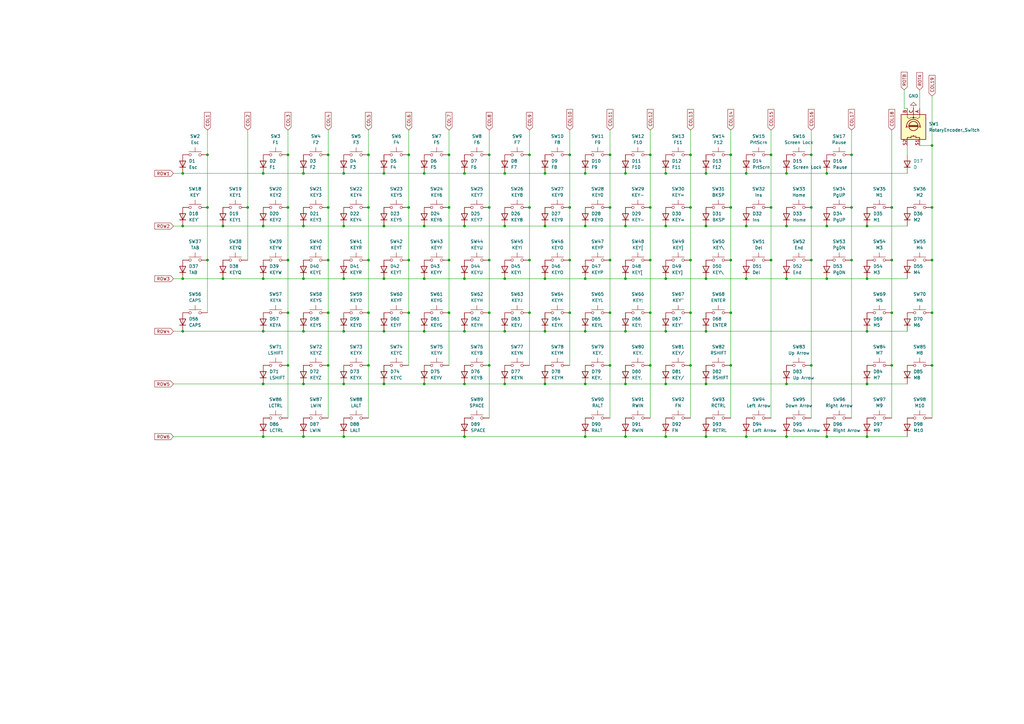
<source format=kicad_sch>
(kicad_sch (version 20250114) (generator "eeschema") (generator_version "9.0")
  (paper "A3")
  (junction (at 118.11 106.68))
  (junction (at 74.93 92.71))
  (junction (at 217.17 63.5))
  (junction (at 283.21 63.5))
  (junction (at 233.68 63.5))
  (junction (at 339.09 114.3))
  (junction (at 217.17 128.27))
  (junction (at 173.99 135.89))
  (junction (at 74.93 71.12))
  (junction (at 217.17 85.09))
  (junction (at 382.27 85.09))
  (junction (at 382.27 128.27))
  (junction (at 306.07 92.71))
  (junction (at 299.72 63.5))
  (junction (at 85.09 106.68))
  (junction (at 256.54 92.71))
  (junction (at 266.7 128.27))
  (junction (at 266.7 149.86))
  (junction (at 339.09 179.07))
  (junction (at 124.46 157.48))
  (junction (at 118.11 149.86))
  (junction (at 382.27 149.86))
  (junction (at 200.66 85.09))
  (junction (at 299.72 149.86))
  (junction (at 256.54 71.12))
  (junction (at 157.48 92.71))
  (junction (at 283.21 149.86))
  (junction (at 173.99 157.48))
  (junction (at 256.54 135.89))
  (junction (at 173.99 92.71))
  (junction (at 355.6 114.3))
  (junction (at 190.5 114.3))
  (junction (at 223.52 135.89))
  (junction (at 200.66 63.5))
  (junction (at 140.97 92.71))
  (junction (at 250.19 128.27))
  (junction (at 273.05 135.89))
  (junction (at 299.72 128.27))
  (junction (at 200.66 128.27))
  (junction (at 266.7 85.09))
  (junction (at 190.5 157.48))
  (junction (at 157.48 71.12))
  (junction (at 140.97 157.48))
  (junction (at 332.74 149.86))
  (junction (at 289.56 135.89))
  (junction (at 339.09 92.71))
  (junction (at 339.09 71.12))
  (junction (at 190.5 135.89))
  (junction (at 250.19 85.09))
  (junction (at 151.13 149.86))
  (junction (at 74.93 135.89))
  (junction (at 167.64 63.5))
  (junction (at 207.01 135.89))
  (junction (at 273.05 157.48))
  (junction (at 157.48 135.89))
  (junction (at 200.66 106.68))
  (junction (at 151.13 85.09))
  (junction (at 283.21 85.09))
  (junction (at 316.23 106.68))
  (junction (at 118.11 128.27))
  (junction (at 207.01 114.3))
  (junction (at 157.48 157.48))
  (junction (at 167.64 128.27))
  (junction (at 289.56 179.07))
  (junction (at 223.52 92.71))
  (junction (at 240.03 92.71))
  (junction (at 322.58 92.71))
  (junction (at 124.46 92.71))
  (junction (at 207.01 71.12))
  (junction (at 151.13 63.5))
  (junction (at 332.74 63.5))
  (junction (at 184.15 106.68))
  (junction (at 322.58 179.07))
  (junction (at 167.64 106.68))
  (junction (at 107.95 114.3))
  (junction (at 140.97 114.3))
  (junction (at 256.54 179.07))
  (junction (at 355.6 135.89))
  (junction (at 134.62 106.68))
  (junction (at 223.52 157.48))
  (junction (at 240.03 71.12))
  (junction (at 250.19 106.68))
  (junction (at 365.76 106.68))
  (junction (at 355.6 179.07))
  (junction (at 250.19 149.86))
  (junction (at 289.56 71.12))
  (junction (at 250.19 63.5))
  (junction (at 322.58 71.12))
  (junction (at 382.27 59.69))
  (junction (at 289.56 157.48))
  (junction (at 273.05 114.3))
  (junction (at 382.27 106.68))
  (junction (at 299.72 85.09))
  (junction (at 349.25 106.68))
  (junction (at 134.62 63.5))
  (junction (at 124.46 179.07))
  (junction (at 289.56 114.3))
  (junction (at 151.13 106.68))
  (junction (at 190.5 92.71))
  (junction (at 190.5 71.12))
  (junction (at 299.72 106.68))
  (junction (at 289.56 92.71))
  (junction (at 322.58 114.3))
  (junction (at 151.13 128.27))
  (junction (at 134.62 128.27))
  (junction (at 322.58 157.48))
  (junction (at 240.03 179.07))
  (junction (at 273.05 71.12))
  (junction (at 107.95 71.12))
  (junction (at 355.6 157.48))
  (junction (at 118.11 63.5))
  (junction (at 223.52 114.3))
  (junction (at 134.62 85.09))
  (junction (at 118.11 85.09))
  (junction (at 266.7 106.68))
  (junction (at 355.6 92.71))
  (junction (at 184.15 128.27))
  (junction (at 365.76 85.09))
  (junction (at 283.21 106.68))
  (junction (at 91.44 92.71))
  (junction (at 107.95 179.07))
  (junction (at 200.66 149.86))
  (junction (at 332.74 106.68))
  (junction (at 173.99 71.12))
  (junction (at 124.46 135.89))
  (junction (at 332.74 85.09))
  (junction (at 240.03 114.3))
  (junction (at 349.25 85.09))
  (junction (at 240.03 135.89))
  (junction (at 223.52 71.12))
  (junction (at 91.44 114.3))
  (junction (at 107.95 157.48))
  (junction (at 184.15 85.09))
  (junction (at 124.46 71.12))
  (junction (at 140.97 71.12))
  (junction (at 140.97 179.07))
  (junction (at 85.09 63.5))
  (junction (at 273.05 92.71))
  (junction (at 157.48 114.3))
  (junction (at 256.54 157.48))
  (junction (at 233.68 128.27))
  (junction (at 273.05 179.07))
  (junction (at 217.17 106.68))
  (junction (at 167.64 85.09))
  (junction (at 306.07 179.07))
  (junction (at 101.6 85.09))
  (junction (at 140.97 135.89))
  (junction (at 124.46 114.3))
  (junction (at 306.07 71.12))
  (junction (at 349.25 63.5))
  (junction (at 316.23 85.09))
  (junction (at 283.21 128.27))
  (junction (at 173.99 114.3))
  (junction (at 207.01 92.71))
  (junction (at 74.93 114.3))
  (junction (at 107.95 135.89))
  (junction (at 207.01 157.48))
  (junction (at 306.07 114.3))
  (junction (at 240.03 157.48))
  (junction (at 365.76 149.86))
  (junction (at 85.09 85.09))
  (junction (at 365.76 128.27))
  (junction (at 316.23 63.5))
  (junction (at 233.68 85.09))
  (junction (at 107.95 92.71))
  (junction (at 266.7 63.5))
  (junction (at 134.62 149.86))
  (junction (at 233.68 106.68))
  (junction (at 256.54 114.3))
  (junction (at 190.5 179.07))
  (junction (at 184.15 63.5))
  (wire (pts (xy 101.6 53.34) (xy 101.6 85.09)))
  (wire (pts (xy 370.84 36.83) (xy 370.84 44.45)))
  (wire (pts (xy 167.64 85.09) (xy 167.64 106.68)))
  (wire (pts (xy 322.58 92.71) (xy 339.09 92.71)))
  (wire (pts (xy 266.7 106.68) (xy 266.7 128.27)))
  (wire (pts (xy 151.13 53.34) (xy 151.13 63.5)))
  (wire (pts (xy 124.46 157.48) (xy 140.97 157.48)))
  (wire (pts (xy 200.66 149.86) (xy 200.66 171.45)))
  (wire (pts (xy 283.21 106.68) (xy 283.21 128.27)))
  (wire (pts (xy 256.54 71.12) (xy 273.05 71.12)))
  (wire (pts (xy 167.64 53.34) (xy 167.64 63.5)))
  (wire (pts (xy 151.13 63.5) (xy 151.13 85.09)))
  (wire (pts (xy 217.17 53.34) (xy 217.17 63.5)))
  (wire (pts (xy 299.72 149.86) (xy 299.72 171.45)))
  (wire (pts (xy 85.09 85.09) (xy 85.09 106.68)))
  (wire (pts (xy 289.56 71.12) (xy 306.07 71.12)))
  (wire (pts (xy 118.11 63.5) (xy 118.11 85.09)))
  (wire (pts (xy 316.23 63.5) (xy 316.23 85.09)))
  (wire (pts (xy 365.76 128.27) (xy 365.76 149.86)))
  (wire (pts (xy 266.7 149.86) (xy 266.7 171.45)))
  (wire (pts (xy 71.12 114.3) (xy 74.93 114.3)))
  (wire (pts (xy 240.03 114.3) (xy 256.54 114.3)))
  (wire (pts (xy 140.97 71.12) (xy 157.48 71.12)))
  (wire (pts (xy 107.95 114.3) (xy 124.46 114.3)))
  (wire (pts (xy 306.07 71.12) (xy 322.58 71.12)))
  (wire (pts (xy 140.97 157.48) (xy 157.48 157.48)))
  (wire (pts (xy 365.76 53.34) (xy 365.76 85.09)))
  (wire (pts (xy 85.09 63.5) (xy 85.09 85.09)))
  (wire (pts (xy 71.12 92.71) (xy 74.93 92.71)))
  (wire (pts (xy 382.27 59.69) (xy 382.27 85.09)))
  (wire (pts (xy 306.07 114.3) (xy 322.58 114.3)))
  (wire (pts (xy 339.09 179.07) (xy 355.6 179.07)))
  (wire (pts (xy 190.5 114.3) (xy 207.01 114.3)))
  (wire (pts (xy 299.72 63.5) (xy 299.72 85.09)))
  (wire (pts (xy 140.97 179.07) (xy 190.5 179.07)))
  (wire (pts (xy 207.01 71.12) (xy 223.52 71.12)))
  (wire (pts (xy 207.01 92.71) (xy 223.52 92.71)))
  (wire (pts (xy 151.13 149.86) (xy 151.13 171.45)))
  (wire (pts (xy 140.97 114.3) (xy 157.48 114.3)))
  (wire (pts (xy 140.97 92.71) (xy 157.48 92.71)))
  (wire (pts (xy 355.6 157.48) (xy 372.11 157.48)))
  (wire (pts (xy 118.11 106.68) (xy 118.11 128.27)))
  (wire (pts (xy 370.84 44.45) (xy 372.11 44.45)))
  (wire (pts (xy 283.21 63.5) (xy 283.21 85.09)))
  (wire (pts (xy 217.17 128.27) (xy 217.17 149.86)))
  (wire (pts (xy 266.7 85.09) (xy 266.7 106.68)))
  (wire (pts (xy 256.54 179.07) (xy 273.05 179.07)))
  (wire (pts (xy 74.93 71.12) (xy 107.95 71.12)))
  (wire (pts (xy 349.25 63.5) (xy 349.25 85.09)))
  (wire (pts (xy 250.19 53.34) (xy 250.19 63.5)))
  (wire (pts (xy 200.66 53.34) (xy 200.66 63.5)))
  (wire (pts (xy 223.52 157.48) (xy 240.03 157.48)))
  (wire (pts (xy 365.76 149.86) (xy 365.76 171.45)))
  (wire (pts (xy 322.58 157.48) (xy 355.6 157.48)))
  (wire (pts (xy 91.44 114.3) (xy 107.95 114.3)))
  (wire (pts (xy 339.09 92.71) (xy 355.6 92.71)))
  (wire (pts (xy 173.99 114.3) (xy 190.5 114.3)))
  (wire (pts (xy 250.19 85.09) (xy 250.19 106.68)))
  (wire (pts (xy 134.62 149.86) (xy 134.62 171.45)))
  (wire (pts (xy 223.52 71.12) (xy 240.03 71.12)))
  (wire (pts (xy 289.56 179.07) (xy 306.07 179.07)))
  (wire (pts (xy 273.05 179.07) (xy 289.56 179.07)))
  (wire (pts (xy 382.27 85.09) (xy 382.27 106.68)))
  (wire (pts (xy 151.13 106.68) (xy 151.13 128.27)))
  (wire (pts (xy 167.64 128.27) (xy 167.64 149.86)))
  (wire (pts (xy 151.13 128.27) (xy 151.13 149.86)))
  (wire (pts (xy 382.27 128.27) (xy 382.27 149.86)))
  (wire (pts (xy 250.19 63.5) (xy 250.19 85.09)))
  (wire (pts (xy 240.03 179.07) (xy 256.54 179.07)))
  (wire (pts (xy 134.62 53.34) (xy 134.62 63.5)))
  (wire (pts (xy 124.46 135.89) (xy 140.97 135.89)))
  (wire (pts (xy 283.21 149.86) (xy 283.21 171.45)))
  (wire (pts (xy 299.72 53.34) (xy 299.72 63.5)))
  (wire (pts (xy 118.11 128.27) (xy 118.11 149.86)))
  (wire (pts (xy 71.12 135.89) (xy 74.93 135.89)))
  (wire (pts (xy 273.05 114.3) (xy 289.56 114.3)))
  (wire (pts (xy 273.05 92.71) (xy 289.56 92.71)))
  (wire (pts (xy 167.64 63.5) (xy 167.64 85.09)))
  (wire (pts (xy 173.99 71.12) (xy 190.5 71.12)))
  (wire (pts (xy 332.74 85.09) (xy 332.74 106.68)))
  (wire (pts (xy 382.27 149.86) (xy 382.27 171.45)))
  (wire (pts (xy 339.09 114.3) (xy 355.6 114.3)))
  (wire (pts (xy 71.12 179.07) (xy 107.95 179.07)))
  (wire (pts (xy 190.5 71.12) (xy 207.01 71.12)))
  (wire (pts (xy 71.12 71.12) (xy 74.93 71.12)))
  (wire (pts (xy 157.48 92.71) (xy 173.99 92.71)))
  (wire (pts (xy 85.09 106.68) (xy 85.09 128.27)))
  (wire (pts (xy 200.66 128.27) (xy 200.66 149.86)))
  (wire (pts (xy 349.25 53.34) (xy 349.25 63.5)))
  (wire (pts (xy 134.62 85.09) (xy 134.62 106.68)))
  (wire (pts (xy 167.64 106.68) (xy 167.64 128.27)))
  (wire (pts (xy 355.6 114.3) (xy 372.11 114.3)))
  (wire (pts (xy 184.15 85.09) (xy 184.15 106.68)))
  (wire (pts (xy 240.03 135.89) (xy 256.54 135.89)))
  (wire (pts (xy 190.5 135.89) (xy 207.01 135.89)))
  (wire (pts (xy 240.03 92.71) (xy 256.54 92.71)))
  (wire (pts (xy 151.13 85.09) (xy 151.13 106.68)))
  (wire (pts (xy 173.99 157.48) (xy 190.5 157.48)))
  (wire (pts (xy 107.95 179.07) (xy 124.46 179.07)))
  (wire (pts (xy 74.93 114.3) (xy 91.44 114.3)))
  (wire (pts (xy 184.15 53.34) (xy 184.15 63.5)))
  (wire (pts (xy 382.27 106.68) (xy 382.27 128.27)))
  (wire (pts (xy 365.76 106.68) (xy 365.76 128.27)))
  (wire (pts (xy 332.74 63.5) (xy 332.74 85.09)))
  (wire (pts (xy 365.76 85.09) (xy 365.76 106.68)))
  (wire (pts (xy 190.5 157.48) (xy 207.01 157.48)))
  (wire (pts (xy 101.6 85.09) (xy 101.6 106.68)))
  (wire (pts (xy 256.54 92.71) (xy 273.05 92.71)))
  (wire (pts (xy 118.11 149.86) (xy 118.11 171.45)))
  (wire (pts (xy 173.99 92.71) (xy 190.5 92.71)))
  (wire (pts (xy 134.62 128.27) (xy 134.62 149.86)))
  (wire (pts (xy 200.66 63.5) (xy 200.66 85.09)))
  (wire (pts (xy 372.11 59.69) (xy 372.11 63.5)))
  (wire (pts (xy 377.19 36.83) (xy 377.19 44.45)))
  (wire (pts (xy 283.21 128.27) (xy 283.21 149.86)))
  (wire (pts (xy 316.23 85.09) (xy 316.23 106.68)))
  (wire (pts (xy 256.54 135.89) (xy 273.05 135.89)))
  (wire (pts (xy 190.5 92.71) (xy 207.01 92.71)))
  (wire (pts (xy 157.48 135.89) (xy 173.99 135.89)))
  (wire (pts (xy 124.46 92.71) (xy 140.97 92.71)))
  (wire (pts (xy 118.11 53.34) (xy 118.11 63.5)))
  (wire (pts (xy 289.56 114.3) (xy 306.07 114.3)))
  (wire (pts (xy 173.99 135.89) (xy 190.5 135.89)))
  (wire (pts (xy 332.74 53.34) (xy 332.74 63.5)))
  (wire (pts (xy 223.52 135.89) (xy 240.03 135.89)))
  (wire (pts (xy 250.19 128.27) (xy 250.19 149.86)))
  (wire (pts (xy 217.17 85.09) (xy 217.17 106.68)))
  (wire (pts (xy 207.01 114.3) (xy 223.52 114.3)))
  (wire (pts (xy 207.01 135.89) (xy 223.52 135.89)))
  (wire (pts (xy 223.52 92.71) (xy 240.03 92.71)))
  (wire (pts (xy 355.6 179.07) (xy 372.11 179.07)))
  (wire (pts (xy 273.05 135.89) (xy 289.56 135.89)))
  (wire (pts (xy 233.68 106.68) (xy 233.68 128.27)))
  (wire (pts (xy 124.46 179.07) (xy 140.97 179.07)))
  (wire (pts (xy 184.15 128.27) (xy 184.15 149.86)))
  (wire (pts (xy 266.7 53.34) (xy 266.7 63.5)))
  (wire (pts (xy 250.19 106.68) (xy 250.19 128.27)))
  (wire (pts (xy 289.56 92.71) (xy 306.07 92.71)))
  (wire (pts (xy 184.15 63.5) (xy 184.15 85.09)))
  (wire (pts (xy 118.11 85.09) (xy 118.11 106.68)))
  (wire (pts (xy 316.23 106.68) (xy 316.23 171.45)))
  (wire (pts (xy 217.17 106.68) (xy 217.17 128.27)))
  (wire (pts (xy 382.27 39.37) (xy 382.27 59.69)))
  (wire (pts (xy 157.48 71.12) (xy 173.99 71.12)))
  (wire (pts (xy 316.23 53.34) (xy 316.23 63.5)))
  (wire (pts (xy 107.95 135.89) (xy 124.46 135.89)))
  (wire (pts (xy 355.6 92.71) (xy 372.11 92.71)))
  (wire (pts (xy 266.7 128.27) (xy 266.7 149.86)))
  (wire (pts (xy 322.58 114.3) (xy 339.09 114.3)))
  (wire (pts (xy 377.19 59.69) (xy 382.27 59.69)))
  (wire (pts (xy 200.66 85.09) (xy 200.66 106.68)))
  (wire (pts (xy 332.74 149.86) (xy 332.74 171.45)))
  (wire (pts (xy 339.09 71.12) (xy 372.11 71.12)))
  (wire (pts (xy 256.54 114.3) (xy 273.05 114.3)))
  (wire (pts (xy 184.15 106.68) (xy 184.15 128.27)))
  (wire (pts (xy 124.46 71.12) (xy 140.97 71.12)))
  (wire (pts (xy 200.66 106.68) (xy 200.66 128.27)))
  (wire (pts (xy 273.05 71.12) (xy 289.56 71.12)))
  (wire (pts (xy 266.7 63.5) (xy 266.7 85.09)))
  (wire (pts (xy 322.58 71.12) (xy 339.09 71.12)))
  (wire (pts (xy 299.72 106.68) (xy 299.72 128.27)))
  (wire (pts (xy 74.93 92.71) (xy 91.44 92.71)))
  (wire (pts (xy 134.62 106.68) (xy 134.62 128.27)))
  (wire (pts (xy 107.95 71.12) (xy 124.46 71.12)))
  (wire (pts (xy 233.68 63.5) (xy 233.68 85.09)))
  (wire (pts (xy 157.48 114.3) (xy 173.99 114.3)))
  (wire (pts (xy 256.54 157.48) (xy 273.05 157.48)))
  (wire (pts (xy 140.97 135.89) (xy 157.48 135.89)))
  (wire (pts (xy 124.46 114.3) (xy 140.97 114.3)))
  (wire (pts (xy 233.68 85.09) (xy 233.68 106.68)))
  (wire (pts (xy 250.19 149.86) (xy 250.19 171.45)))
  (wire (pts (xy 190.5 179.07) (xy 240.03 179.07)))
  (wire (pts (xy 217.17 63.5) (xy 217.17 85.09)))
  (wire (pts (xy 207.01 157.48) (xy 223.52 157.48)))
  (wire (pts (xy 289.56 157.48) (xy 322.58 157.48)))
  (wire (pts (xy 223.52 114.3) (xy 240.03 114.3)))
  (wire (pts (xy 349.25 106.68) (xy 349.25 171.45)))
  (wire (pts (xy 74.93 135.89) (xy 107.95 135.89)))
  (wire (pts (xy 240.03 71.12) (xy 256.54 71.12)))
  (wire (pts (xy 273.05 157.48) (xy 289.56 157.48)))
  (wire (pts (xy 233.68 128.27) (xy 233.68 149.86)))
  (wire (pts (xy 322.58 179.07) (xy 339.09 179.07)))
  (wire (pts (xy 306.07 92.71) (xy 322.58 92.71)))
  (wire (pts (xy 283.21 85.09) (xy 283.21 106.68)))
  (wire (pts (xy 289.56 135.89) (xy 355.6 135.89)))
  (wire (pts (xy 355.6 135.89) (xy 372.11 135.89)))
  (wire (pts (xy 134.62 63.5) (xy 134.62 85.09)))
  (wire (pts (xy 157.48 157.48) (xy 173.99 157.48)))
  (wire (pts (xy 233.68 53.34) (xy 233.68 63.5)))
  (wire (pts (xy 332.74 106.68) (xy 332.74 149.86)))
  (wire (pts (xy 91.44 92.71) (xy 107.95 92.71)))
  (wire (pts (xy 85.09 53.34) (xy 85.09 63.5)))
  (wire (pts (xy 107.95 92.71) (xy 124.46 92.71)))
  (wire (pts (xy 283.21 53.34) (xy 283.21 63.5)))
  (wire (pts (xy 306.07 179.07) (xy 322.58 179.07)))
  (wire (pts (xy 349.25 85.09) (xy 349.25 106.68)))
  (wire (pts (xy 299.72 85.09) (xy 299.72 106.68)))
  (wire (pts (xy 240.03 157.48) (xy 256.54 157.48)))
  (wire (pts (xy 71.12 157.48) (xy 107.95 157.48)))
  (wire (pts (xy 299.72 128.27) (xy 299.72 149.86)))
  (wire (pts (xy 107.95 157.48) (xy 124.46 157.48)))
  (global_label "ROW3" (shape input) (at 71.12 114.3 180) (property "Intersheetrefs" "${INTERSHEET_REFS}" (effects (hide yes))))
  (global_label "COL10" (shape input) (at 233.68 53.34 90) (property "Intersheetrefs" "${INTERSHEET_REFS}" (effects (hide yes))))
  (global_label "COL6" (shape input) (at 167.64 53.34 90) (property "Intersheetrefs" "${INTERSHEET_REFS}" (effects (hide yes))))
  (global_label "ROW4" (shape input) (at 71.12 135.89 180) (property "Intersheetrefs" "${INTERSHEET_REFS}" (effects (hide yes))))
  (global_label "COL9" (shape input) (at 217.17 53.34 90) (property "Intersheetrefs" "${INTERSHEET_REFS}" (effects (hide yes))))
  (global_label "ROW6" (shape input) (at 71.12 179.07 180) (property "Intersheetrefs" "${INTERSHEET_REFS}" (effects (hide yes))))
  (global_label "COL2" (shape input) (at 101.6 53.34 90) (property "Intersheetrefs" "${INTERSHEET_REFS}" (effects (hide yes))))
  (global_label "ROW5" (shape input) (at 71.12 157.48 180) (property "Intersheetrefs" "${INTERSHEET_REFS}" (effects (hide yes))))
  (global_label "COL17" (shape input) (at 349.25 53.34 90) (property "Intersheetrefs" "${INTERSHEET_REFS}" (effects (hide yes))))
  (global_label "COL18" (shape input) (at 365.76 53.34 90) (property "Intersheetrefs" "${INTERSHEET_REFS}" (effects (hide yes))))
  (global_label "ROW1" (shape input) (at 71.12 71.12 180) (property "Intersheetrefs" "${INTERSHEET_REFS}" (effects (hide yes))))
  (global_label "ROTA" (shape input) (at 377.19 36.83 90) (property "Intersheetrefs" "${INTERSHEET_REFS}" (effects (hide yes))))
  (global_label "COL14" (shape input) (at 299.72 53.34 90) (property "Intersheetrefs" "${INTERSHEET_REFS}" (effects (hide yes))))
  (global_label "ROTB" (shape input) (at 370.84 36.83 90) (property "Intersheetrefs" "${INTERSHEET_REFS}" (effects (hide yes))))
  (global_label "COL4" (shape input) (at 134.62 53.34 90) (property "Intersheetrefs" "${INTERSHEET_REFS}" (effects (hide yes))))
  (global_label "COL15" (shape input) (at 316.23 53.34 90) (property "Intersheetrefs" "${INTERSHEET_REFS}" (effects (hide yes))))
  (global_label "COL7" (shape input) (at 184.15 53.34 90) (property "Intersheetrefs" "${INTERSHEET_REFS}" (effects (hide yes))))
  (global_label "COL16" (shape input) (at 332.74 53.34 90) (property "Intersheetrefs" "${INTERSHEET_REFS}" (effects (hide yes))))
  (global_label "COL12" (shape input) (at 266.7 53.34 90) (property "Intersheetrefs" "${INTERSHEET_REFS}" (effects (hide yes))))
  (global_label "COL5" (shape input) (at 151.13 53.34 90) (property "Intersheetrefs" "${INTERSHEET_REFS}" (effects (hide yes))))
  (global_label "ROW2" (shape input) (at 71.12 92.71 180) (property "Intersheetrefs" "${INTERSHEET_REFS}" (effects (hide yes))))
  (global_label "COL1" (shape input) (at 85.09 53.34 90) (property "Intersheetrefs" "${INTERSHEET_REFS}" (effects (hide yes))))
  (global_label "COL3" (shape input) (at 118.11 53.34 90) (property "Intersheetrefs" "${INTERSHEET_REFS}" (effects (hide yes))))
  (global_label "COL11" (shape input) (at 250.19 53.34 90) (property "Intersheetrefs" "${INTERSHEET_REFS}" (effects (hide yes))))
  (global_label "COL13" (shape input) (at 283.21 53.34 90) (property "Intersheetrefs" "${INTERSHEET_REFS}" (effects (hide yes))))
  (global_label "COL19" (shape input) (at 382.27 39.37 90) (property "Intersheetrefs" "${INTERSHEET_REFS}" (effects (hide yes))))
  (global_label "COL8" (shape input) (at 200.66 53.34 90) (property "Intersheetrefs" "${INTERSHEET_REFS}" (effects (hide yes))))
  (symbol (lib_id "Switch:SW_Push") (at 327.66 171.45 0) (unit 1)
    (property "Reference" "SW95" (at 327.66 163.83 0))
    (property "Value" "Down Arrow" (at 327.66 166.37 0))
    (property "Footprint" "PCM_Switch_Keyboard_Hotswap_Kailh:SW_Hotswap_Kailh_MX_Plated_1.00u" (effects (hide yes)))
    (property "Description" "Push button switch, generic, two pins" (effects (hide yes)))
  )
  (symbol (lib_id "Switch:SW_Push") (at 377.19 171.45 0) (unit 1)
    (property "Reference" "SW98" (at 377.19 163.83 0))
    (property "Value" "M10" (at 377.19 166.37 0))
    (property "Footprint" "PCM_Switch_Keyboard_Hotswap_Kailh:SW_Hotswap_Kailh_MX_Plated_1.00u" (effects (hide yes)))
    (property "Description" "Push button switch, generic, two pins" (effects (hide yes)))
  )
  (symbol (lib_id "Device:D") (at 124.46 153.67 90) (unit 1)
    (property "Reference" "D72" (at 127 152.3999 90) (effects (justify right)))
    (property "Value" "KEYZ" (at 127 154.9399 90) (effects (justify right)))
    (property "Footprint" "Diode_SMD:D_SOD-323" (effects (hide yes)))
    (property "Description" "Diode" (effects (hide yes)))
    (property "Sim.Device" "D" (effects (hide yes)))
    (property "Sim.Pins" "1=K 2=A" (effects (hide yes)))
  )
  (symbol (lib_id "Switch:SW_Push") (at 261.62 171.45 0) (unit 1)
    (property "Reference" "SW91" (at 261.62 163.83 0))
    (property "Value" "RWIN" (at 261.62 166.37 0))
    (property "Footprint" "PCM_Switch_Keyboard_Hotswap_Kailh:SW_Hotswap_Kailh_MX_Plated_1.25u" (effects (hide yes)))
    (property "Description" "Push button switch, generic, two pins" (effects (hide yes)))
  )
  (symbol (lib_id "Switch:SW_Push") (at 129.54 85.09 0) (unit 1)
    (property "Reference" "SW21" (at 129.54 77.47 0))
    (property "Value" "KEY3" (at 129.54 80.01 0))
    (property "Footprint" "PCM_Switch_Keyboard_Hotswap_Kailh:SW_Hotswap_Kailh_MX_Plated_1.00u" (effects (hide yes)))
    (property "Description" "Push button switch, generic, two pins" (effects (hide yes)))
  )
  (symbol (lib_id "Device:D") (at 339.09 67.31 90) (unit 1)
    (property "Reference" "D16" (at 341.63 66.0399 90) (effects (justify right)))
    (property "Value" "Pause" (at 341.63 68.5799 90) (effects (justify right)))
    (property "Footprint" "Diode_SMD:D_SOD-323" (effects (hide yes)))
    (property "Description" "Diode" (effects (hide yes)))
    (property "Sim.Device" "D" (effects (hide yes)))
    (property "Sim.Pins" "1=K 2=A" (effects (hide yes)))
  )
  (symbol (lib_id "Device:D") (at 140.97 175.26 90) (unit 1)
    (property "Reference" "D88" (at 143.51 173.9899 90) (effects (justify right)))
    (property "Value" "LALT" (at 143.51 176.5299 90) (effects (justify right)))
    (property "Footprint" "Diode_SMD:D_SOD-323" (effects (hide yes)))
    (property "Description" "Diode" (effects (hide yes)))
    (property "Sim.Device" "D" (effects (hide yes)))
    (property "Sim.Pins" "1=K 2=A" (effects (hide yes)))
  )
  (symbol (lib_id "Device:D") (at 355.6 175.26 90) (unit 1)
    (property "Reference" "D97" (at 358.14 173.9899 90) (effects (justify right)))
    (property "Value" "M9" (at 358.14 176.5299 90) (effects (justify right)))
    (property "Footprint" "Diode_SMD:D_SOD-323" (effects (hide yes)))
    (property "Description" "Diode" (effects (hide yes)))
    (property "Sim.Device" "D" (effects (hide yes)))
    (property "Sim.Pins" "1=K 2=A" (effects (hide yes)))
  )
  (symbol (lib_id "Device:D") (at 223.52 153.67 90) (unit 1)
    (property "Reference" "D78" (at 226.06 152.3999 90) (effects (justify right)))
    (property "Value" "KEYM" (at 226.06 154.9399 90) (effects (justify right)))
    (property "Footprint" "Diode_SMD:D_SOD-323" (effects (hide yes)))
    (property "Description" "Diode" (effects (hide yes)))
    (property "Sim.Device" "D" (effects (hide yes)))
    (property "Sim.Pins" "1=K 2=A" (effects (hide yes)))
  )
  (symbol (lib_id "Device:D") (at 273.05 175.26 90) (unit 1)
    (property "Reference" "D92" (at 275.59 173.9899 90) (effects (justify right)))
    (property "Value" "FN" (at 275.59 176.5299 90) (effects (justify right)))
    (property "Footprint" "Diode_SMD:D_SOD-323" (effects (hide yes)))
    (property "Description" "Diode" (effects (hide yes)))
    (property "Sim.Device" "D" (effects (hide yes)))
    (property "Sim.Pins" "1=K 2=A" (effects (hide yes)))
  )
  (symbol (lib_id "Switch:SW_Push") (at 195.58 149.86 0) (unit 1)
    (property "Reference" "SW76" (at 195.58 142.24 0))
    (property "Value" "KEYB" (at 195.58 144.78 0))
    (property "Footprint" "PCM_Switch_Keyboard_Hotswap_Kailh:SW_Hotswap_Kailh_MX_Plated_1.00u" (effects (hide yes)))
    (property "Description" "Push button switch, generic, two pins" (effects (hide yes)))
  )
  (symbol (lib_id "Switch:SW_Push") (at 146.05 128.27 0) (unit 1)
    (property "Reference" "SW59" (at 146.05 120.65 0))
    (property "Value" "KEYD" (at 146.05 123.19 0))
    (property "Footprint" "PCM_Switch_Keyboard_Hotswap_Kailh:SW_Hotswap_Kailh_MX_Plated_1.00u" (effects (hide yes)))
    (property "Description" "Push button switch, generic, two pins" (effects (hide yes)))
  )
  (symbol (lib_id "Switch:SW_Push") (at 162.56 85.09 0) (unit 1)
    (property "Reference" "SW23" (at 162.56 77.47 0))
    (property "Value" "KEY5" (at 162.56 80.01 0))
    (property "Footprint" "PCM_Switch_Keyboard_Hotswap_Kailh:SW_Hotswap_Kailh_MX_Plated_1.00u" (effects (hide yes)))
    (property "Description" "Push button switch, generic, two pins" (effects (hide yes)))
  )
  (symbol (lib_id "Device:D") (at 107.95 110.49 90) (unit 1)
    (property "Reference" "D39" (at 110.49 109.2199 90) (effects (justify right)))
    (property "Value" "KEYW" (at 110.49 111.7599 90) (effects (justify right)))
    (property "Footprint" "Diode_SMD:D_SOD-323" (effects (hide yes)))
    (property "Description" "Diode" (effects (hide yes)))
    (property "Sim.Device" "D" (effects (hide yes)))
    (property "Sim.Pins" "1=K 2=A" (effects (hide yes)))
  )
  (symbol (lib_id "Switch:SW_Push") (at 129.54 63.5 0) (unit 1)
    (property "Reference" "SW4" (at 129.54 55.88 0))
    (property "Value" "F2" (at 129.54 58.42 0))
    (property "Footprint" "PCM_Switch_Keyboard_Hotswap_Kailh:SW_Hotswap_Kailh_MX_Plated_1.00u" (effects (hide yes)))
    (property "Description" "Push button switch, generic, two pins" (effects (hide yes)))
  )
  (symbol (lib_id "Device:D") (at 207.01 67.31 90) (unit 1)
    (property "Reference" "D8" (at 209.55 66.0399 90) (effects (justify right)))
    (property "Value" "F7" (at 209.55 68.5799 90) (effects (justify right)))
    (property "Footprint" "Diode_SMD:D_SOD-323" (effects (hide yes)))
    (property "Description" "Diode" (effects (hide yes)))
    (property "Sim.Device" "D" (effects (hide yes)))
    (property "Sim.Pins" "1=K 2=A" (effects (hide yes)))
  )
  (symbol (lib_id "Switch:SW_Push") (at 278.13 149.86 0) (unit 1)
    (property "Reference" "SW81" (at 278.13 142.24 0))
    (property "Value" "KEY/" (at 278.13 144.78 0))
    (property "Footprint" "PCM_Switch_Keyboard_Hotswap_Kailh:SW_Hotswap_Kailh_MX_Plated_1.00u" (effects (hide yes)))
    (property "Description" "Push button switch, generic, two pins" (effects (hide yes)))
  )
  (symbol (lib_id "Device:D") (at 240.03 175.26 90) (unit 1)
    (property "Reference" "D90" (at 242.57 173.9899 90) (effects (justify right)))
    (property "Value" "RALT" (at 242.57 176.5299 90) (effects (justify right)))
    (property "Footprint" "Diode_SMD:D_SOD-323" (effects (hide yes)))
    (property "Description" "Diode" (effects (hide yes)))
    (property "Sim.Device" "D" (effects (hide yes)))
    (property "Sim.Pins" "1=K 2=A" (effects (hide yes)))
  )
  (symbol (lib_id "Device:D") (at 107.95 153.67 90) (unit 1)
    (property "Reference" "D71" (at 110.49 152.3999 90) (effects (justify right)))
    (property "Value" "LSHIFT" (at 110.49 154.9399 90) (effects (justify right)))
    (property "Footprint" "Diode_SMD:D_SOD-323" (effects (hide yes)))
    (property "Description" "Diode" (effects (hide yes)))
    (property "Sim.Device" "D" (effects (hide yes)))
    (property "Sim.Pins" "1=K 2=A" (effects (hide yes)))
  )
  (symbol (lib_id "Device:D") (at 322.58 110.49 90) (unit 1)
    (property "Reference" "D52" (at 325.12 109.2199 90) (effects (justify right)))
    (property "Value" "End" (at 325.12 111.7599 90) (effects (justify right)))
    (property "Footprint" "Diode_SMD:D_SOD-323" (effects (hide yes)))
    (property "Description" "Diode" (effects (hide yes)))
    (property "Sim.Device" "D" (effects (hide yes)))
    (property "Sim.Pins" "1=K 2=A" (effects (hide yes)))
  )
  (symbol (lib_id "Switch:SW_Push") (at 261.62 63.5 0) (unit 1)
    (property "Reference" "SW12" (at 261.62 55.88 0))
    (property "Value" "F10" (at 261.62 58.42 0))
    (property "Footprint" "PCM_Switch_Keyboard_Hotswap_Kailh:SW_Hotswap_Kailh_MX_Plated_1.00u" (effects (hide yes)))
    (property "Description" "Push button switch, generic, two pins" (effects (hide yes)))
  )
  (symbol (lib_id "Switch:SW_Push") (at 228.6 63.5 0) (unit 1)
    (property "Reference" "SW10" (at 228.6 55.88 0))
    (property "Value" "F8" (at 228.6 58.42 0))
    (property "Footprint" "PCM_Switch_Keyboard_Hotswap_Kailh:SW_Hotswap_Kailh_MX_Plated_1.00u" (effects (hide yes)))
    (property "Description" "Push button switch, generic, two pins" (effects (hide yes)))
  )
  (symbol (lib_id "Device:D") (at 107.95 132.08 90) (unit 1)
    (property "Reference" "D57" (at 110.49 130.8099 90) (effects (justify right)))
    (property "Value" "KEYA" (at 110.49 133.3499 90) (effects (justify right)))
    (property "Footprint" "Diode_SMD:D_SOD-323" (effects (hide yes)))
    (property "Description" "Diode" (effects (hide yes)))
    (property "Sim.Device" "D" (effects (hide yes)))
    (property "Sim.Pins" "1=K 2=A" (effects (hide yes)))
  )
  (symbol (lib_id "Device:D") (at 157.48 110.49 90) (unit 1)
    (property "Reference" "D42" (at 160.02 109.2199 90) (effects (justify right)))
    (property "Value" "KEYT" (at 160.02 111.7599 90) (effects (justify right)))
    (property "Footprint" "Diode_SMD:D_SOD-323" (effects (hide yes)))
    (property "Description" "Diode" (effects (hide yes)))
    (property "Sim.Device" "D" (effects (hide yes)))
    (property "Sim.Pins" "1=K 2=A" (effects (hide yes)))
  )
  (symbol (lib_id "Switch:SW_Push") (at 113.03 63.5 0) (unit 1)
    (property "Reference" "SW3" (at 113.03 55.88 0))
    (property "Value" "F1" (at 113.03 58.42 0))
    (property "Footprint" "PCM_Switch_Keyboard_Hotswap_Kailh:SW_Hotswap_Kailh_MX_Plated_1.00u" (effects (hide yes)))
    (property "Description" "Push button switch, generic, two pins" (effects (hide yes)))
  )
  (symbol (lib_id "Device:D") (at 339.09 175.26 90) (unit 1)
    (property "Reference" "D96" (at 341.63 173.9899 90) (effects (justify right)))
    (property "Value" "Right Arrow" (at 341.63 176.5299 90) (effects (justify right)))
    (property "Footprint" "Diode_SMD:D_SOD-323" (effects (hide yes)))
    (property "Description" "Diode" (effects (hide yes)))
    (property "Sim.Device" "D" (effects (hide yes)))
    (property "Sim.Pins" "1=K 2=A" (effects (hide yes)))
  )
  (symbol (lib_id "Switch:SW_Push") (at 212.09 63.5 0) (unit 1)
    (property "Reference" "SW9" (at 212.09 55.88 0))
    (property "Value" "F7" (at 212.09 58.42 0))
    (property "Footprint" "PCM_Switch_Keyboard_Hotswap_Kailh:SW_Hotswap_Kailh_MX_Plated_1.00u" (effects (hide yes)))
    (property "Description" "Push button switch, generic, two pins" (effects (hide yes)))
  )
  (symbol (lib_id "Switch:SW_Push") (at 228.6 106.68 0) (unit 1)
    (property "Reference" "SW46" (at 228.6 99.06 0))
    (property "Value" "KEYO" (at 228.6 101.6 0))
    (property "Footprint" "PCM_Switch_Keyboard_Hotswap_Kailh:SW_Hotswap_Kailh_MX_Plated_1.00u" (effects (hide yes)))
    (property "Description" "Push button switch, generic, two pins" (effects (hide yes)))
  )
  (symbol (lib_id "Switch:SW_Push") (at 294.64 149.86 0) (unit 1)
    (property "Reference" "SW82" (at 294.64 142.24 0))
    (property "Value" "RSHIFT" (at 294.64 144.78 0))
    (property "Footprint" "PCM_Switch_Keyboard_Hotswap_Kailh:SW_Hotswap_Kailh_MX_Plated_2.75u" (effects (hide yes)))
    (property "Description" "Push button switch, generic, two pins" (effects (hide yes)))
  )
  (symbol (lib_id "Switch:SW_Push") (at 212.09 106.68 0) (unit 1)
    (property "Reference" "SW45" (at 212.09 99.06 0))
    (property "Value" "KEYI" (at 212.09 101.6 0))
    (property "Footprint" "PCM_Switch_Keyboard_Hotswap_Kailh:SW_Hotswap_Kailh_MX_Plated_1.00u" (effects (hide yes)))
    (property "Description" "Push button switch, generic, two pins" (effects (hide yes)))
  )
  (symbol (lib_id "Device:D") (at 190.5 110.49 90) (unit 1)
    (property "Reference" "D44" (at 193.04 109.2199 90) (effects (justify right)))
    (property "Value" "KEYU" (at 193.04 111.7599 90) (effects (justify right)))
    (property "Footprint" "Diode_SMD:D_SOD-323" (effects (hide yes)))
    (property "Description" "Diode" (effects (hide yes)))
    (property "Sim.Device" "D" (effects (hide yes)))
    (property "Sim.Pins" "1=K 2=A" (effects (hide yes)))
  )
  (symbol (lib_id "Device:D") (at 240.03 110.49 90) (unit 1)
    (property "Reference" "D47" (at 242.57 109.2199 90) (effects (justify right)))
    (property "Value" "KEYP" (at 242.57 111.7599 90) (effects (justify right)))
    (property "Footprint" "Diode_SMD:D_SOD-323" (effects (hide yes)))
    (property "Description" "Diode" (effects (hide yes)))
    (property "Sim.Device" "D" (effects (hide yes)))
    (property "Sim.Pins" "1=K 2=A" (effects (hide yes)))
  )
  (symbol (lib_id "Device:D") (at 91.44 110.49 90) (unit 1)
    (property "Reference" "D38" (at 93.98 109.2199 90) (effects (justify right)))
    (property "Value" "KEYQ" (at 93.98 111.7599 90) (effects (justify right)))
    (property "Footprint" "Diode_SMD:D_SOD-323" (effects (hide yes)))
    (property "Description" "Diode" (effects (hide yes)))
    (property "Sim.Device" "D" (effects (hide yes)))
    (property "Sim.Pins" "1=K 2=A" (effects (hide yes)))
  )
  (symbol (lib_id "Switch:SW_Push") (at 245.11 63.5 0) (unit 1)
    (property "Reference" "SW11" (at 245.11 55.88 0))
    (property "Value" "F9" (at 245.11 58.42 0))
    (property "Footprint" "PCM_Switch_Keyboard_Hotswap_Kailh:SW_Hotswap_Kailh_MX_Plated_1.00u" (effects (hide yes)))
    (property "Description" "Push button switch, generic, two pins" (effects (hide yes)))
  )
  (symbol (lib_id "Device:D") (at 355.6 132.08 90) (unit 1)
    (property "Reference" "D69" (at 358.14 130.8099 90) (effects (justify right)))
    (property "Value" "M5" (at 358.14 133.3499 90) (effects (justify right)))
    (property "Footprint" "Diode_SMD:D_SOD-323" (effects (hide yes)))
    (property "Description" "Diode" (effects (hide yes)))
    (property "Sim.Device" "D" (effects (hide yes)))
    (property "Sim.Pins" "1=K 2=A" (effects (hide yes)))
  )
  (symbol (lib_id "Device:D") (at 355.6 153.67 90) (unit 1)
    (property "Reference" "D84" (at 358.14 152.3999 90) (effects (justify right)))
    (property "Value" "M7" (at 358.14 154.9399 90) (effects (justify right)))
    (property "Footprint" "Diode_SMD:D_SOD-323" (effects (hide yes)))
    (property "Description" "Diode" (effects (hide yes)))
    (property "Sim.Device" "D" (effects (hide yes)))
    (property "Sim.Pins" "1=K 2=A" (effects (hide yes)))
  )
  (symbol (lib_id "Device:D") (at 372.11 88.9 90) (unit 1)
    (property "Reference" "D36" (at 374.65 87.6299 90) (effects (justify right)))
    (property "Value" "M2" (at 374.65 90.1699 90) (effects (justify right)))
    (property "Footprint" "Diode_SMD:D_SOD-323" (effects (hide yes)))
    (property "Description" "Diode" (effects (hide yes)))
    (property "Sim.Device" "D" (effects (hide yes)))
    (property "Sim.Pins" "1=K 2=A" (effects (hide yes)))
  )
  (symbol (lib_id "Device:D") (at 140.97 153.67 90) (unit 1)
    (property "Reference" "D73" (at 143.51 152.3999 90) (effects (justify right)))
    (property "Value" "KEYX" (at 143.51 154.9399 90) (effects (justify right)))
    (property "Footprint" "Diode_SMD:D_SOD-323" (effects (hide yes)))
    (property "Description" "Diode" (effects (hide yes)))
    (property "Sim.Device" "D" (effects (hide yes)))
    (property "Sim.Pins" "1=K 2=A" (effects (hide yes)))
  )
  (symbol (lib_id "Switch:SW_Push") (at 360.68 149.86 0) (unit 1)
    (property "Reference" "SW84" (at 360.68 142.24 0))
    (property "Value" "M7" (at 360.68 144.78 0))
    (property "Footprint" "PCM_Switch_Keyboard_Hotswap_Kailh:SW_Hotswap_Kailh_MX_Plated_1.00u" (effects (hide yes)))
    (property "Description" "Push button switch, generic, two pins" (effects (hide yes)))
  )
  (symbol (lib_id "Switch:SW_Push") (at 179.07 63.5 0) (unit 1)
    (property "Reference" "SW7" (at 179.07 55.88 0))
    (property "Value" "F5" (at 179.07 58.42 0))
    (property "Footprint" "PCM_Switch_Keyboard_Hotswap_Kailh:SW_Hotswap_Kailh_MX_Plated_1.00u" (effects (hide yes)))
    (property "Description" "Push button switch, generic, two pins" (effects (hide yes)))
  )
  (symbol (lib_id "Switch:SW_Push") (at 360.68 171.45 0) (unit 1)
    (property "Reference" "SW97" (at 360.68 163.83 0))
    (property "Value" "M9" (at 360.68 166.37 0))
    (property "Footprint" "PCM_Switch_Keyboard_Hotswap_Kailh:SW_Hotswap_Kailh_MX_Plated_1.00u" (effects (hide yes)))
    (property "Description" "Push button switch, generic, two pins" (effects (hide yes)))
  )
  (symbol (lib_id "Switch:SW_Push") (at 80.01 63.5 0) (unit 1)
    (property "Reference" "SW2" (at 80.01 55.88 0))
    (property "Value" "Esc" (at 80.01 58.42 0))
    (property "Footprint" "PCM_Switch_Keyboard_Hotswap_Kailh:SW_Hotswap_Kailh_MX_Plated_1.00u" (effects (hide yes)))
    (property "Description" "Push button switch, generic, two pins" (effects (hide yes)))
  )
  (symbol (lib_id "power:GND") (at 374.65 44.45 180) (unit 1)
    (property "Reference" "#PWR023" (effects (hide yes)))
    (property "Value" "GND" (at 374.65 39.37 0))
    (property "Description" "Power symbol creates a global label with name \"GND\" , ground" (effects (hide yes)))
  )
  (symbol (lib_id "Device:D") (at 289.56 88.9 90) (unit 1)
    (property "Reference" "D31" (at 292.1 87.6299 90) (effects (justify right)))
    (property "Value" "BKSP" (at 292.1 90.1699 90) (effects (justify right)))
    (property "Footprint" "Diode_SMD:D_SOD-323" (effects (hide yes)))
    (property "Description" "Diode" (effects (hide yes)))
    (property "Sim.Device" "D" (effects (hide yes)))
    (property "Sim.Pins" "1=K 2=A" (effects (hide yes)))
  )
  (symbol (lib_id "Device:D") (at 240.03 67.31 90) (unit 1)
    (property "Reference" "D10" (at 242.57 66.0399 90) (effects (justify right)))
    (property "Value" "F9" (at 242.57 68.5799 90) (effects (justify right)))
    (property "Footprint" "Diode_SMD:D_SOD-323" (effects (hide yes)))
    (property "Description" "Diode" (effects (hide yes)))
    (property "Sim.Device" "D" (effects (hide yes)))
    (property "Sim.Pins" "1=K 2=A" (effects (hide yes)))
  )
  (symbol (lib_id "Switch:SW_Push") (at 278.13 106.68 0) (unit 1)
    (property "Reference" "SW49" (at 278.13 99.06 0))
    (property "Value" "KEY]" (at 278.13 101.6 0))
    (property "Footprint" "PCM_Switch_Keyboard_Hotswap_Kailh:SW_Hotswap_Kailh_MX_Plated_1.00u" (effects (hide yes)))
    (property "Description" "Push button switch, generic, two pins" (effects (hide yes)))
  )
  (symbol (lib_id "Device:D") (at 107.95 67.31 90) (unit 1)
    (property "Reference" "D2" (at 110.49 66.0399 90) (effects (justify right)))
    (property "Value" "F1" (at 110.49 68.5799 90) (effects (justify right)))
    (property "Footprint" "Diode_SMD:D_SOD-323" (effects (hide yes)))
    (property "Description" "Diode" (effects (hide yes)))
    (property "Sim.Device" "D" (effects (hide yes)))
    (property "Sim.Pins" "1=K 2=A" (effects (hide yes)))
  )
  (symbol (lib_id "Switch:SW_Push") (at 311.15 63.5 0) (unit 1)
    (property "Reference" "SW15" (at 311.15 55.88 0))
    (property "Value" "PrtScrn" (at 311.15 58.42 0))
    (property "Footprint" "PCM_Switch_Keyboard_Hotswap_Kailh:SW_Hotswap_Kailh_MX_Plated_1.00u" (effects (hide yes)))
    (property "Description" "Push button switch, generic, two pins" (effects (hide yes)))
  )
  (symbol (lib_id "Device:D") (at 256.54 132.08 90) (unit 1)
    (property "Reference" "D66" (at 259.08 130.8099 90) (effects (justify right)))
    (property "Value" "KEY;" (at 259.08 133.3499 90) (effects (justify right)))
    (property "Footprint" "Diode_SMD:D_SOD-323" (effects (hide yes)))
    (property "Description" "Diode" (effects (hide yes)))
    (property "Sim.Device" "D" (effects (hide yes)))
    (property "Sim.Pins" "1=K 2=A" (effects (hide yes)))
  )
  (symbol (lib_id "Switch:SW_Push") (at 327.66 106.68 0) (unit 1)
    (property "Reference" "SW52" (at 327.66 99.06 0))
    (property "Value" "End" (at 327.66 101.6 0))
    (property "Footprint" "PCM_Switch_Keyboard_Hotswap_Kailh:SW_Hotswap_Kailh_MX_Plated_1.00u" (effects (hide yes)))
    (property "Description" "Push button switch, generic, two pins" (effects (hide yes)))
  )
  (symbol (lib_id "Device:D") (at 273.05 110.49 90) (unit 1)
    (property "Reference" "D49" (at 275.59 109.2199 90) (effects (justify right)))
    (property "Value" "KEY]" (at 275.59 111.7599 90) (effects (justify right)))
    (property "Footprint" "Diode_SMD:D_SOD-323" (effects (hide yes)))
    (property "Description" "Diode" (effects (hide yes)))
    (property "Sim.Device" "D" (effects (hide yes)))
    (property "Sim.Pins" "1=K 2=A" (effects (hide yes)))
  )
  (symbol (lib_id "Device:D") (at 107.95 175.26 90) (unit 1)
    (property "Reference" "D86" (at 110.49 173.9899 90) (effects (justify right)))
    (property "Value" "LCTRL" (at 110.49 176.5299 90) (effects (justify right)))
    (property "Footprint" "Diode_SMD:D_SOD-323" (effects (hide yes)))
    (property "Description" "Diode" (effects (hide yes)))
    (property "Sim.Device" "D" (effects (hide yes)))
    (property "Sim.Pins" "1=K 2=A" (effects (hide yes)))
  )
  (symbol (lib_id "Switch:SW_Push") (at 360.68 85.09 0) (unit 1)
    (property "Reference" "SW35" (at 360.68 77.47 0))
    (property "Value" "M1" (at 360.68 80.01 0))
    (property "Footprint" "PCM_Switch_Keyboard_Hotswap_Kailh:SW_Hotswap_Kailh_MX_Plated_1.00u" (effects (hide yes)))
    (property "Description" "Push button switch, generic, two pins" (effects (hide yes)))
  )
  (symbol (lib_id "Switch:SW_Push") (at 245.11 149.86 0) (unit 1)
    (property "Reference" "SW79" (at 245.11 142.24 0))
    (property "Value" "KEY," (at 245.11 144.78 0))
    (property "Footprint" "PCM_Switch_Keyboard_Hotswap_Kailh:SW_Hotswap_Kailh_MX_Plated_1.00u" (effects (hide yes)))
    (property "Description" "Push button switch, generic, two pins" (effects (hide yes)))
  )
  (symbol (lib_id "Switch:SW_Push") (at 80.01 106.68 0) (unit 1)
    (property "Reference" "SW37" (at 80.01 99.06 0))
    (property "Value" "TAB" (at 80.01 101.6 0))
    (property "Footprint" "PCM_Switch_Keyboard_Hotswap_Kailh:SW_Hotswap_Kailh_MX_Plated_1.50u" (effects (hide yes)))
    (property "Description" "Push button switch, generic, two pins" (effects (hide yes)))
  )
  (symbol (lib_id "Device:D") (at 339.09 88.9 90) (unit 1)
    (property "Reference" "D34" (at 341.63 87.6299 90) (effects (justify right)))
    (property "Value" "PgUP" (at 341.63 90.1699 90) (effects (justify right)))
    (property "Footprint" "Diode_SMD:D_SOD-323" (effects (hide yes)))
    (property "Description" "Diode" (effects (hide yes)))
    (property "Sim.Device" "D" (effects (hide yes)))
    (property "Sim.Pins" "1=K 2=A" (effects (hide yes)))
  )
  (symbol (lib_id "Device:D") (at 157.48 67.31 90) (unit 1)
    (property "Reference" "D5" (at 160.02 66.0399 90) (effects (justify right)))
    (property "Value" "F4" (at 160.02 68.5799 90) (effects (justify right)))
    (property "Footprint" "Diode_SMD:D_SOD-323" (effects (hide yes)))
    (property "Description" "Diode" (effects (hide yes)))
    (property "Sim.Device" "D" (effects (hide yes)))
    (property "Sim.Pins" "1=K 2=A" (effects (hide yes)))
  )
  (symbol (lib_id "Device:D") (at 240.03 88.9 90) (unit 1)
    (property "Reference" "D28" (at 242.57 87.6299 90) (effects (justify right)))
    (property "Value" "KEY0" (at 242.57 90.1699 90) (effects (justify right)))
    (property "Footprint" "Diode_SMD:D_SOD-323" (effects (hide yes)))
    (property "Description" "Diode" (effects (hide yes)))
    (property "Sim.Device" "D" (effects (hide yes)))
    (property "Sim.Pins" "1=K 2=A" (effects (hide yes)))
  )
  (symbol (lib_id "Switch:SW_Push") (at 327.66 85.09 0) (unit 1)
    (property "Reference" "SW33" (at 327.66 77.47 0))
    (property "Value" "Home" (at 327.66 80.01 0))
    (property "Footprint" "PCM_Switch_Keyboard_Hotswap_Kailh:SW_Hotswap_Kailh_MX_Plated_1.00u" (effects (hide yes)))
    (property "Description" "Push button switch, generic, two pins" (effects (hide yes)))
  )
  (symbol (lib_id "Switch:SW_Push") (at 195.58 106.68 0) (unit 1)
    (property "Reference" "SW44" (at 195.58 99.06 0))
    (property "Value" "KEYU" (at 195.58 101.6 0))
    (property "Footprint" "PCM_Switch_Keyboard_Hotswap_Kailh:SW_Hotswap_Kailh_MX_Plated_1.00u" (effects (hide yes)))
    (property "Description" "Push button switch, generic, two pins" (effects (hide yes)))
  )
  (symbol (lib_id "Device:D") (at 124.46 175.26 90) (unit 1)
    (property "Reference" "D87" (at 127 173.9899 90) (effects (justify right)))
    (property "Value" "LWIN" (at 127 176.5299 90) (effects (justify right)))
    (property "Footprint" "Diode_SMD:D_SOD-323" (effects (hide yes)))
    (property "Description" "Diode" (effects (hide yes)))
    (property "Sim.Device" "D" (effects (hide yes)))
    (property "Sim.Pins" "1=K 2=A" (effects (hide yes)))
  )
  (symbol (lib_id "Switch:SW_Push") (at 195.58 128.27 0) (unit 1)
    (property "Reference" "SW62" (at 195.58 120.65 0))
    (property "Value" "KEYH" (at 195.58 123.19 0))
    (property "Footprint" "PCM_Switch_Keyboard_Hotswap_Kailh:SW_Hotswap_Kailh_MX_Plated_1.00u" (effects (hide yes)))
    (property "Description" "Push button switch, generic, two pins" (effects (hide yes)))
  )
  (symbol (lib_id "Switch:SW_Push") (at 146.05 85.09 0) (unit 1)
    (property "Reference" "SW22" (at 146.05 77.47 0))
    (property "Value" "KEY4" (at 146.05 80.01 0))
    (property "Footprint" "PCM_Switch_Keyboard_Hotswap_Kailh:SW_Hotswap_Kailh_MX_Plated_1.00u" (effects (hide yes)))
    (property "Description" "Push button switch, generic, two pins" (effects (hide yes)))
  )
  (symbol (lib_id "Switch:SW_Push") (at 113.03 106.68 0) (unit 1)
    (property "Reference" "SW39" (at 113.03 99.06 0))
    (property "Value" "KEYW" (at 113.03 101.6 0))
    (property "Footprint" "PCM_Switch_Keyboard_Hotswap_Kailh:SW_Hotswap_Kailh_MX_Plated_1.00u" (effects (hide yes)))
    (property "Description" "Push button switch, generic, two pins" (effects (hide yes)))
  )
  (symbol (lib_id "Switch:SW_Push") (at 245.11 128.27 0) (unit 1)
    (property "Reference" "SW65" (at 245.11 120.65 0))
    (property "Value" "KEYL" (at 245.11 123.19 0))
    (property "Footprint" "PCM_Switch_Keyboard_Hotswap_Kailh:SW_Hotswap_Kailh_MX_Plated_1.00u" (effects (hide yes)))
    (property "Description" "Push button switch, generic, two pins" (effects (hide yes)))
  )
  (symbol (lib_id "Switch:SW_Push") (at 278.13 85.09 0) (unit 1)
    (property "Reference" "SW30" (at 278.13 77.47 0))
    (property "Value" "KEY=" (at 278.13 80.01 0))
    (property "Footprint" "PCM_Switch_Keyboard_Hotswap_Kailh:SW_Hotswap_Kailh_MX_Plated_1.00u" (effects (hide yes)))
    (property "Description" "Push button switch, generic, two pins" (effects (hide yes)))
  )
  (symbol (lib_id "Device:D") (at 74.93 132.08 90) (unit 1)
    (property "Reference" "D56" (at 77.47 130.8099 90) (effects (justify right)))
    (property "Value" "CAPS" (at 77.47 133.3499 90) (effects (justify right)))
    (property "Footprint" "Diode_SMD:D_SOD-323" (effects (hide yes)))
    (property "Description" "Diode" (effects (hide yes)))
    (property "Sim.Device" "D" (effects (hide yes)))
    (property "Sim.Pins" "1=K 2=A" (effects (hide yes)))
  )
  (symbol (lib_id "Switch:SW_Push") (at 113.03 149.86 0) (unit 1)
    (property "Reference" "SW71" (at 113.03 142.24 0))
    (property "Value" "LSHIFT" (at 113.03 144.78 0))
    (property "Footprint" "PCM_Switch_Keyboard_Hotswap_Kailh:SW_Hotswap_Kailh_MX_Plated_2.25u" (effects (hide yes)))
    (property "Description" "Push button switch, generic, two pins" (effects (hide yes)))
  )
  (symbol (lib_id "Device:D") (at 273.05 67.31 90) (unit 1)
    (property "Reference" "D12" (at 275.59 66.0399 90) (effects (justify right)))
    (property "Value" "F11" (at 275.59 68.5799 90) (effects (justify right)))
    (property "Footprint" "Diode_SMD:D_SOD-323" (effects (hide yes)))
    (property "Description" "Diode" (effects (hide yes)))
    (property "Sim.Device" "D" (effects (hide yes)))
    (property "Sim.Pins" "1=K 2=A" (effects (hide yes)))
  )
  (symbol (lib_id "Device:D") (at 372.11 132.08 90) (unit 1)
    (property "Reference" "D70" (at 374.65 130.8099 90) (effects (justify right)))
    (property "Value" "M6" (at 374.65 133.3499 90) (effects (justify right)))
    (property "Footprint" "Diode_SMD:D_SOD-323" (effects (hide yes)))
    (property "Description" "Diode" (effects (hide yes)))
    (property "Sim.Device" "D" (effects (hide yes)))
    (property "Sim.Pins" "1=K 2=A" (effects (hide yes)))
  )
  (symbol (lib_id "Device:D") (at 190.5 88.9 90) (unit 1)
    (property "Reference" "D25" (at 193.04 87.6299 90) (effects (justify right)))
    (property "Value" "KEY7" (at 193.04 90.1699 90) (effects (justify right)))
    (property "Footprint" "Diode_SMD:D_SOD-323" (effects (hide yes)))
    (property "Description" "Diode" (effects (hide yes)))
    (property "Sim.Device" "D" (effects (hide yes)))
    (property "Sim.Pins" "1=K 2=A" (effects (hide yes)))
  )
  (symbol (lib_id "Device:D") (at 173.99 88.9 90) (unit 1)
    (property "Reference" "D24" (at 176.53 87.6299 90) (effects (justify right)))
    (property "Value" "KEY6" (at 176.53 90.1699 90) (effects (justify right)))
    (property "Footprint" "Diode_SMD:D_SOD-323" (effects (hide yes)))
    (property "Description" "Diode" (effects (hide yes)))
    (property "Sim.Device" "D" (effects (hide yes)))
    (property "Sim.Pins" "1=K 2=A" (effects (hide yes)))
  )
  (symbol (lib_id "Device:D") (at 289.56 153.67 90) (unit 1)
    (property "Reference" "D82" (at 292.1 152.3999 90) (effects (justify right)))
    (property "Value" "RSHIFT" (at 292.1 154.9399 90) (effects (justify right)))
    (property "Footprint" "Diode_SMD:D_SOD-323" (effects (hide yes)))
    (property "Description" "Diode" (effects (hide yes)))
    (property "Sim.Device" "D" (effects (hide yes)))
    (property "Sim.Pins" "1=K 2=A" (effects (hide yes)))
  )
  (symbol (lib_id "Device:D") (at 223.52 110.49 90) (unit 1)
    (property "Reference" "D46" (at 226.06 109.2199 90) (effects (justify right)))
    (property "Value" "KEYO" (at 226.06 111.7599 90) (effects (justify right)))
    (property "Footprint" "Diode_SMD:D_SOD-323" (effects (hide yes)))
    (property "Description" "Diode" (effects (hide yes)))
    (property "Sim.Device" "D" (effects (hide yes)))
    (property "Sim.Pins" "1=K 2=A" (effects (hide yes)))
  )
  (symbol (lib_id "Device:D") (at 355.6 88.9 90) (unit 1)
    (property "Reference" "D35" (at 358.14 87.6299 90) (effects (justify right)))
    (property "Value" "M1" (at 358.14 90.1699 90) (effects (justify right)))
    (property "Footprint" "Diode_SMD:D_SOD-323" (effects (hide yes)))
    (property "Description" "Diode" (effects (hide yes)))
    (property "Sim.Device" "D" (effects (hide yes)))
    (property "Sim.Pins" "1=K 2=A" (effects (hide yes)))
  )
  (symbol (lib_id "Switch:SW_Push") (at 278.13 128.27 0) (unit 1)
    (property "Reference" "SW67" (at 278.13 120.65 0))
    (property "Value" "KEY{dblquote}" (at 278.13 123.19 0))
    (property "Footprint" "PCM_Switch_Keyboard_Hotswap_Kailh:SW_Hotswap_Kailh_MX_Plated_1.00u" (effects (hide yes)))
    (property "Description" "Push button switch, generic, two pins" (effects (hide yes)))
  )
  (symbol (lib_id "Switch:SW_Push") (at 113.03 128.27 0) (unit 1)
    (property "Reference" "SW57" (at 113.03 120.65 0))
    (property "Value" "KEYA" (at 113.03 123.19 0))
    (property "Footprint" "PCM_Switch_Keyboard_Hotswap_Kailh:SW_Hotswap_Kailh_MX_Plated_1.00u" (effects (hide yes)))
    (property "Description" "Push button switch, generic, two pins" (effects (hide yes)))
  )
  (symbol (lib_id "Device:D") (at 91.44 88.9 90) (unit 1)
    (property "Reference" "D19" (at 93.98 87.6299 90) (effects (justify right)))
    (property "Value" "KEY1" (at 93.98 90.1699 90) (effects (justify right)))
    (property "Footprint" "Diode_SMD:D_SOD-323" (effects (hide yes)))
    (property "Description" "Diode" (effects (hide yes)))
    (property "Sim.Device" "D" (effects (hide yes)))
    (property "Sim.Pins" "1=K 2=A" (effects (hide yes)))
  )
  (symbol (lib_id "Device:D") (at 306.07 67.31 90) (unit 1)
    (property "Reference" "D14" (at 308.61 66.0399 90) (effects (justify right)))
    (property "Value" "PrtScrn" (at 308.61 68.5799 90) (effects (justify right)))
    (property "Footprint" "Diode_SMD:D_SOD-323" (effects (hide yes)))
    (property "Description" "Diode" (effects (hide yes)))
    (property "Sim.Device" "D" (effects (hide yes)))
    (property "Sim.Pins" "1=K 2=A" (effects (hide yes)))
  )
  (symbol (lib_id "Device:D") (at 273.05 153.67 90) (unit 1)
    (property "Reference" "D81" (at 275.59 152.3999 90) (effects (justify right)))
    (property "Value" "KEY/" (at 275.59 154.9399 90) (effects (justify right)))
    (property "Footprint" "Diode_SMD:D_SOD-323" (effects (hide yes)))
    (property "Description" "Diode" (effects (hide yes)))
    (property "Sim.Device" "D" (effects (hide yes)))
    (property "Sim.Pins" "1=K 2=A" (effects (hide yes)))
  )
  (symbol (lib_id "Switch:SW_Push") (at 377.19 149.86 0) (unit 1)
    (property "Reference" "SW85" (at 377.19 142.24 0))
    (property "Value" "M8" (at 377.19 144.78 0))
    (property "Footprint" "PCM_Switch_Keyboard_Hotswap_Kailh:SW_Hotswap_Kailh_MX_Plated_1.00u" (effects (hide yes)))
    (property "Description" "Push button switch, generic, two pins" (effects (hide yes)))
  )
  (symbol (lib_id "Device:D") (at 372.11 175.26 90) (unit 1)
    (property "Reference" "D98" (at 374.65 173.9899 90) (effects (justify right)))
    (property "Value" "M10" (at 374.65 176.5299 90) (effects (justify right)))
    (property "Footprint" "Diode_SMD:D_SOD-323" (effects (hide yes)))
    (property "Description" "Diode" (effects (hide yes)))
    (property "Sim.Device" "D" (effects (hide yes)))
    (property "Sim.Pins" "1=K 2=A" (effects (hide yes)))
  )
  (symbol (lib_id "Device:D") (at 157.48 132.08 90) (unit 1)
    (property "Reference" "D60" (at 160.02 130.8099 90) (effects (justify right)))
    (property "Value" "KEYF" (at 160.02 133.3499 90) (effects (justify right)))
    (property "Footprint" "Diode_SMD:D_SOD-323" (effects (hide yes)))
    (property "Description" "Diode" (effects (hide yes)))
    (property "Sim.Device" "D" (effects (hide yes)))
    (property "Sim.Pins" "1=K 2=A" (effects (hide yes)))
  )
  (symbol (lib_id "Switch:SW_Push") (at 261.62 128.27 0) (unit 1)
    (property "Reference" "SW66" (at 261.62 120.65 0))
    (property "Value" "KEY;" (at 261.62 123.19 0))
    (property "Footprint" "PCM_Switch_Keyboard_Hotswap_Kailh:SW_Hotswap_Kailh_MX_Plated_1.00u" (effects (hide yes)))
    (property "Description" "Push button switch, generic, two pins" (effects (hide yes)))
  )
  (symbol (lib_id "Switch:SW_Push") (at 228.6 85.09 0) (unit 1)
    (property "Reference" "SW27" (at 228.6 77.47 0))
    (property "Value" "KEY9" (at 228.6 80.01 0))
    (property "Footprint" "PCM_Switch_Keyboard_Hotswap_Kailh:SW_Hotswap_Kailh_MX_Plated_1.00u" (effects (hide yes)))
    (property "Description" "Push button switch, generic, two pins" (effects (hide yes)))
  )
  (symbol (lib_id "Switch:SW_Push") (at 179.07 85.09 0) (unit 1)
    (property "Reference" "SW24" (at 179.07 77.47 0))
    (property "Value" "KEY6" (at 179.07 80.01 0))
    (property "Footprint" "PCM_Switch_Keyboard_Hotswap_Kailh:SW_Hotswap_Kailh_MX_Plated_1.00u" (effects (hide yes)))
    (property "Description" "Push button switch, generic, two pins" (effects (hide yes)))
  )
  (symbol (lib_id "Device:D") (at 207.01 153.67 90) (unit 1)
    (property "Reference" "D77" (at 209.55 152.3999 90) (effects (justify right)))
    (property "Value" "KEYN" (at 209.55 154.9399 90) (effects (justify right)))
    (property "Footprint" "Diode_SMD:D_SOD-323" (effects (hide yes)))
    (property "Description" "Diode" (effects (hide yes)))
    (property "Sim.Device" "D" (effects (hide yes)))
    (property "Sim.Pins" "1=K 2=A" (effects (hide yes)))
  )
  (symbol (lib_id "Device:D") (at 223.52 67.31 90) (unit 1)
    (property "Reference" "D9" (at 226.06 66.0399 90) (effects (justify right)))
    (property "Value" "F8" (at 226.06 68.5799 90) (effects (justify right)))
    (property "Footprint" "Diode_SMD:D_SOD-323" (effects (hide yes)))
    (property "Description" "Diode" (effects (hide yes)))
    (property "Sim.Device" "D" (effects (hide yes)))
    (property "Sim.Pins" "1=K 2=A" (effects (hide yes)))
  )
  (symbol (lib_id "Switch:SW_Push") (at 294.64 171.45 0) (unit 1)
    (property "Reference" "SW93" (at 294.64 163.83 0))
    (property "Value" "RCTRL" (at 294.64 166.37 0))
    (property "Footprint" "PCM_Switch_Keyboard_Hotswap_Kailh:SW_Hotswap_Kailh_MX_Plated_1.25u" (effects (hide yes)))
    (property "Description" "Push button switch, generic, two pins" (effects (hide yes)))
  )
  (symbol (lib_id "Switch:SW_Push") (at 327.66 63.5 0) (unit 1)
    (property "Reference" "SW16" (at 327.66 55.88 0))
    (property "Value" "Screen Lock" (at 327.66 58.42 0))
    (property "Footprint" "PCM_Switch_Keyboard_Hotswap_Kailh:SW_Hotswap_Kailh_MX_Plated_1.00u" (effects (hide yes)))
    (property "Description" "Push button switch, generic, two pins" (effects (hide yes)))
  )
  (symbol (lib_id "Device:D") (at 256.54 153.67 90) (unit 1)
    (property "Reference" "D80" (at 259.08 152.3999 90) (effects (justify right)))
    (property "Value" "KEY." (at 259.08 154.9399 90) (effects (justify right)))
    (property "Footprint" "Diode_SMD:D_SOD-323" (effects (hide yes)))
    (property "Description" "Diode" (effects (hide yes)))
    (property "Sim.Device" "D" (effects (hide yes)))
    (property "Sim.Pins" "1=K 2=A" (effects (hide yes)))
  )
  (symbol (lib_id "Switch:SW_Push") (at 294.64 106.68 0) (unit 1)
    (property "Reference" "SW50" (at 294.64 99.06 0))
    (property "Value" "KEY\\" (at 294.64 101.6 0))
    (property "Footprint" "PCM_Switch_Keyboard_Hotswap_Kailh:SW_Hotswap_Kailh_MX_Plated_1.50u" (effects (hide yes)))
    (property "Description" "Push button switch, generic, two pins" (effects (hide yes)))
  )
  (symbol (lib_id "Switch:SW_Push") (at 311.15 106.68 0) (unit 1)
    (property "Reference" "SW51" (at 311.15 99.06 0))
    (property "Value" "Del" (at 311.15 101.6 0))
    (property "Footprint" "PCM_Switch_Keyboard_Hotswap_Kailh:SW_Hotswap_Kailh_MX_Plated_1.00u" (effects (hide yes)))
    (property "Description" "Push button switch, generic, two pins" (effects (hide yes)))
  )
  (symbol (lib_id "Device:D") (at 355.6 110.49 90) (unit 1)
    (property "Reference" "D54" (at 358.14 109.2199 90) (effects (justify right)))
    (property "Value" "M3" (at 358.14 111.7599 90) (effects (justify right)))
    (property "Footprint" "Diode_SMD:D_SOD-323" (effects (hide yes)))
    (property "Description" "Diode" (effects (hide yes)))
    (property "Sim.Device" "D" (effects (hide yes)))
    (property "Sim.Pins" "1=K 2=A" (effects (hide yes)))
  )
  (symbol (lib_id "Device:RotaryEncoder_Switch") (at 374.65 52.07 270) (unit 1)
    (property "Reference" "SW1" (at 381 50.7999 90) (effects (justify left)))
    (property "Value" "RotaryEncoder_Switch" (at 381 53.3399 90) (effects (justify left)))
    (property "Footprint" "Rotary_Encoder:RotaryEncoder_Alps_EC11E-Switch_Vertical_H20mm_MountingHoles" (effects (hide yes)))
    (property "Description" "Rotary encoder, dual channel, incremental quadrate outputs, with switch" (effects (hide yes)))
  )
  (symbol (lib_id "Device:D") (at 372.11 153.67 90) (unit 1)
    (property "Reference" "D85" (at 374.65 152.3999 90) (effects (justify right)))
    (property "Value" "M8" (at 374.65 154.9399 90) (effects (justify right)))
    (property "Footprint" "Diode_SMD:D_SOD-323" (effects (hide yes)))
    (property "Description" "Diode" (effects (hide yes)))
    (property "Sim.Device" "D" (effects (hide yes)))
    (property "Sim.Pins" "1=K 2=A" (effects (hide yes)))
  )
  (symbol (lib_id "Switch:SW_Push") (at 377.19 128.27 0) (unit 1)
    (property "Reference" "SW70" (at 377.19 120.65 0))
    (property "Value" "M6" (at 377.19 123.19 0))
    (property "Footprint" "PCM_Switch_Keyboard_Hotswap_Kailh:SW_Hotswap_Kailh_MX_Plated_1.00u" (effects (hide yes)))
    (property "Description" "Push button switch, generic, two pins" (effects (hide yes)))
  )
  (symbol (lib_id "Switch:SW_Push") (at 129.54 149.86 0) (unit 1)
    (property "Reference" "SW72" (at 129.54 142.24 0))
    (property "Value" "KEYZ" (at 129.54 144.78 0))
    (property "Footprint" "PCM_Switch_Keyboard_Hotswap_Kailh:SW_Hotswap_Kailh_MX_Plated_1.00u" (effects (hide yes)))
    (property "Description" "Push button switch, generic, two pins" (effects (hide yes)))
  )
  (symbol (lib_id "Device:D") (at 173.99 153.67 90) (unit 1)
    (property "Reference" "D75" (at 176.53 152.3999 90) (effects (justify right)))
    (property "Value" "KEYV" (at 176.53 154.9399 90) (effects (justify right)))
    (property "Footprint" "Diode_SMD:D_SOD-323" (effects (hide yes)))
    (property "Description" "Diode" (effects (hide yes)))
    (property "Sim.Device" "D" (effects (hide yes)))
    (property "Sim.Pins" "1=K 2=A" (effects (hide yes)))
  )
  (symbol (lib_id "Device:D") (at 289.56 110.49 90) (unit 1)
    (property "Reference" "D50" (at 292.1 109.2199 90) (effects (justify right)))
    (property "Value" "KEY\\" (at 292.1 111.7599 90) (effects (justify right)))
    (property "Footprint" "Diode_SMD:D_SOD-323" (effects (hide yes)))
    (property "Description" "Diode" (effects (hide yes)))
    (property "Sim.Device" "D" (effects (hide yes)))
    (property "Sim.Pins" "1=K 2=A" (effects (hide yes)))
  )
  (symbol (lib_id "Device:D") (at 273.05 88.9 90) (unit 1)
    (property "Reference" "D30" (at 275.59 87.6299 90) (effects (justify right)))
    (property "Value" "KEY=" (at 275.59 90.1699 90) (effects (justify right)))
    (property "Footprint" "Diode_SMD:D_SOD-323" (effects (hide yes)))
    (property "Description" "Diode" (effects (hide yes)))
    (property "Sim.Device" "D" (effects (hide yes)))
    (property "Sim.Pins" "1=K 2=A" (effects (hide yes)))
  )
  (symbol (lib_id "Device:D") (at 322.58 175.26 90) (unit 1)
    (property "Reference" "D95" (at 325.12 173.9899 90) (effects (justify right)))
    (property "Value" "Down Arrow" (at 325.12 176.5299 90) (effects (justify right)))
    (property "Footprint" "Diode_SMD:D_SOD-323" (effects (hide yes)))
    (property "Description" "Diode" (effects (hide yes)))
    (property "Sim.Device" "D" (effects (hide yes)))
    (property "Sim.Pins" "1=K 2=A" (effects (hide yes)))
  )
  (symbol (lib_id "Device:D") (at 207.01 110.49 90) (unit 1)
    (property "Reference" "D45" (at 209.55 109.2199 90) (effects (justify right)))
    (property "Value" "KEYI" (at 209.55 111.7599 90) (effects (justify right)))
    (property "Footprint" "Diode_SMD:D_SOD-323" (effects (hide yes)))
    (property "Description" "Diode" (effects (hide yes)))
    (property "Sim.Device" "D" (effects (hide yes)))
    (property "Sim.Pins" "1=K 2=A" (effects (hide yes)))
  )
  (symbol (lib_id "Switch:SW_Push") (at 129.54 171.45 0) (unit 1)
    (property "Reference" "SW87" (at 129.54 163.83 0))
    (property "Value" "LWIN" (at 129.54 166.37 0))
    (property "Footprint" "PCM_Switch_Keyboard_Hotswap_Kailh:SW_Hotswap_Kailh_MX_Plated_1.25u" (effects (hide yes)))
    (property "Description" "Push button switch, generic, two pins" (effects (hide yes)))
  )
  (symbol (lib_id "Switch:SW_Push") (at 245.11 171.45 0) (unit 1)
    (property "Reference" "SW90" (at 245.11 163.83 0))
    (property "Value" "RALT" (at 245.11 166.37 0))
    (property "Footprint" "PCM_Switch_Keyboard_Hotswap_Kailh:SW_Hotswap_Kailh_MX_Plated_1.25u" (effects (hide yes)))
    (property "Description" "Push button switch, generic, two pins" (effects (hide yes)))
  )
  (symbol (lib_id "Device:D") (at 339.09 110.49 90) (unit 1)
    (property "Reference" "D53" (at 341.63 109.2199 90) (effects (justify right)))
    (property "Value" "PgDN" (at 341.63 111.7599 90) (effects (justify right)))
    (property "Footprint" "Diode_SMD:D_SOD-323" (effects (hide yes)))
    (property "Description" "Diode" (effects (hide yes)))
    (property "Sim.Device" "D" (effects (hide yes)))
    (property "Sim.Pins" "1=K 2=A" (effects (hide yes)))
  )
  (symbol (lib_id "Switch:SW_Push") (at 162.56 128.27 0) (unit 1)
    (property "Reference" "SW60" (at 162.56 120.65 0))
    (property "Value" "KEYF" (at 162.56 123.19 0))
    (property "Footprint" "PCM_Switch_Keyboard_Hotswap_Kailh:SW_Hotswap_Kailh_MX_Plated_1.00u" (effects (hide yes)))
    (property "Description" "Push button switch, generic, two pins" (effects (hide yes)))
  )
  (symbol (lib_id "Switch:SW_Push") (at 344.17 106.68 0) (unit 1)
    (property "Reference" "SW53" (at 344.17 99.06 0))
    (property "Value" "PgDN" (at 344.17 101.6 0))
    (property "Footprint" "PCM_Switch_Keyboard_Hotswap_Kailh:SW_Hotswap_Kailh_MX_Plated_1.00u" (effects (hide yes)))
    (property "Description" "Push button switch, generic, two pins" (effects (hide yes)))
  )
  (symbol (lib_id "Device:D") (at 173.99 132.08 90) (unit 1)
    (property "Reference" "D61" (at 176.53 130.8099 90) (effects (justify right)))
    (property "Value" "KEYG" (at 176.53 133.3499 90) (effects (justify right)))
    (property "Footprint" "Diode_SMD:D_SOD-323" (effects (hide yes)))
    (property "Description" "Diode" (effects (hide yes)))
    (property "Sim.Device" "D" (effects (hide yes)))
    (property "Sim.Pins" "1=K 2=A" (effects (hide yes)))
  )
  (symbol (lib_id "Device:D") (at 74.93 110.49 90) (unit 1)
    (property "Reference" "D37" (at 77.47 109.2199 90) (effects (justify right)))
    (property "Value" "TAB" (at 77.47 111.7599 90) (effects (justify right)))
    (property "Footprint" "Diode_SMD:D_SOD-323" (effects (hide yes)))
    (property "Description" "Diode" (effects (hide yes)))
    (property "Sim.Device" "D" (effects (hide yes)))
    (property "Sim.Pins" "1=K 2=A" (effects (hide yes)))
  )
  (symbol (lib_id "Switch:SW_Push") (at 80.01 128.27 0) (unit 1)
    (property "Reference" "SW56" (at 80.01 120.65 0))
    (property "Value" "CAPS" (at 80.01 123.19 0))
    (property "Footprint" "PCM_Switch_Keyboard_Hotswap_Kailh:SW_Hotswap_Kailh_MX_Plated_1.75u" (effects (hide yes)))
    (property "Description" "Push button switch, generic, two pins" (effects (hide yes)))
  )
  (symbol (lib_id "Device:D") (at 140.97 132.08 90) (unit 1)
    (property "Reference" "D59" (at 143.51 130.8099 90) (effects (justify right)))
    (property "Value" "KEYD" (at 143.51 133.3499 90) (effects (justify right)))
    (property "Footprint" "Diode_SMD:D_SOD-323" (effects (hide yes)))
    (property "Description" "Diode" (effects (hide yes)))
    (property "Sim.Device" "D" (effects (hide yes)))
    (property "Sim.Pins" "1=K 2=A" (effects (hide yes)))
  )
  (symbol (lib_id "Switch:SW_Push") (at 146.05 63.5 0) (unit 1)
    (property "Reference" "SW5" (at 146.05 55.88 0))
    (property "Value" "F3" (at 146.05 58.42 0))
    (property "Footprint" "PCM_Switch_Keyboard_Hotswap_Kailh:SW_Hotswap_Kailh_MX_Plated_1.00u" (effects (hide yes)))
    (property "Description" "Push button switch, generic, two pins" (effects (hide yes)))
  )
  (symbol (lib_id "Switch:SW_Push") (at 278.13 63.5 0) (unit 1)
    (property "Reference" "SW13" (at 278.13 55.88 0))
    (property "Value" "F11" (at 278.13 58.42 0))
    (property "Footprint" "PCM_Switch_Keyboard_Hotswap_Kailh:SW_Hotswap_Kailh_MX_Plated_1.00u" (effects (hide yes)))
    (property "Description" "Push button switch, generic, two pins" (effects (hide yes)))
  )
  (symbol (lib_id "Switch:SW_Push") (at 146.05 149.86 0) (unit 1)
    (property "Reference" "SW73" (at 146.05 142.24 0))
    (property "Value" "KEYX" (at 146.05 144.78 0))
    (property "Footprint" "PCM_Switch_Keyboard_Hotswap_Kailh:SW_Hotswap_Kailh_MX_Plated_1.00u" (effects (hide yes)))
    (property "Description" "Push button switch, generic, two pins" (effects (hide yes)))
  )
  (symbol (lib_id "Switch:SW_Push") (at 146.05 106.68 0) (unit 1)
    (property "Reference" "SW41" (at 146.05 99.06 0))
    (property "Value" "KEYR" (at 146.05 101.6 0))
    (property "Footprint" "PCM_Switch_Keyboard_Hotswap_Kailh:SW_Hotswap_Kailh_MX_Plated_1.00u" (effects (hide yes)))
    (property "Description" "Push button switch, generic, two pins" (effects (hide yes)))
  )
  (symbol (lib_id "Device:D") (at 107.95 88.9 90) (unit 1)
    (property "Reference" "D20" (at 110.49 87.6299 90) (effects (justify right)))
    (property "Value" "KEY2" (at 110.49 90.1699 90) (effects (justify right)))
    (property "Footprint" "Diode_SMD:D_SOD-323" (effects (hide yes)))
    (property "Description" "Diode" (effects (hide yes)))
    (property "Sim.Device" "D" (effects (hide yes)))
    (property "Sim.Pins" "1=K 2=A" (effects (hide yes)))
  )
  (symbol (lib_id "Device:D") (at 207.01 132.08 90) (unit 1)
    (property "Reference" "D63" (at 209.55 130.8099 90) (effects (justify right)))
    (property "Value" "KEYJ" (at 209.55 133.3499 90) (effects (justify right)))
    (property "Footprint" "Diode_SMD:D_SOD-323" (effects (hide yes)))
    (property "Description" "Diode" (effects (hide yes)))
    (property "Sim.Device" "D" (effects (hide yes)))
    (property "Sim.Pins" "1=K 2=A" (effects (hide yes)))
  )
  (symbol (lib_id "Switch:SW_Push") (at 228.6 149.86 0) (unit 1)
    (property "Reference" "SW78" (at 228.6 142.24 0))
    (property "Value" "KEYM" (at 228.6 144.78 0))
    (property "Footprint" "PCM_Switch_Keyboard_Hotswap_Kailh:SW_Hotswap_Kailh_MX_Plated_1.00u" (effects (hide yes)))
    (property "Description" "Push button switch, generic, two pins" (effects (hide yes)))
  )
  (symbol (lib_id "Switch:SW_Push") (at 162.56 106.68 0) (unit 1)
    (property "Reference" "SW42" (at 162.56 99.06 0))
    (property "Value" "KEYT" (at 162.56 101.6 0))
    (property "Footprint" "PCM_Switch_Keyboard_Hotswap_Kailh:SW_Hotswap_Kailh_MX_Plated_1.00u" (effects (hide yes)))
    (property "Description" "Push button switch, generic, two pins" (effects (hide yes)))
  )
  (symbol (lib_id "Switch:SW_Push") (at 146.05 171.45 0) (unit 1)
    (property "Reference" "SW88" (at 146.05 163.83 0))
    (property "Value" "LALT" (at 146.05 166.37 0))
    (property "Footprint" "PCM_Switch_Keyboard_Hotswap_Kailh:SW_Hotswap_Kailh_MX_Plated_1.25u" (effects (hide yes)))
    (property "Description" "Push button switch, generic, two pins" (effects (hide yes)))
  )
  (symbol (lib_id "Switch:SW_Push") (at 113.03 85.09 0) (unit 1)
    (property "Reference" "SW20" (at 113.03 77.47 0))
    (property "Value" "KEY2" (at 113.03 80.01 0))
    (property "Footprint" "PCM_Switch_Keyboard_Hotswap_Kailh:SW_Hotswap_Kailh_MX_Plated_1.00u" (effects (hide yes)))
    (property "Description" "Push button switch, generic, two pins" (effects (hide yes)))
  )
  (symbol (lib_id "Device:D") (at 240.03 132.08 90) (unit 1)
    (property "Reference" "D65" (at 242.57 130.8099 90) (effects (justify right)))
    (property "Value" "KEYL" (at 242.57 133.3499 90) (effects (justify right)))
    (property "Footprint" "Diode_SMD:D_SOD-323" (effects (hide yes)))
    (property "Description" "Diode" (effects (hide yes)))
    (property "Sim.Device" "D" (effects (hide yes)))
    (property "Sim.Pins" "1=K 2=A" (effects (hide yes)))
  )
  (symbol (lib_id "Device:D") (at 289.56 67.31 90) (unit 1)
    (property "Reference" "D13" (at 292.1 66.0399 90) (effects (justify right)))
    (property "Value" "F12" (at 292.1 68.5799 90) (effects (justify right)))
    (property "Footprint" "Diode_SMD:D_SOD-323" (effects (hide yes)))
    (property "Description" "Diode" (effects (hide yes)))
    (property "Sim.Device" "D" (effects (hide yes)))
    (property "Sim.Pins" "1=K 2=A" (effects (hide yes)))
  )
  (symbol (lib_id "Switch:SW_Push") (at 377.19 85.09 0) (unit 1)
    (property "Reference" "SW36" (at 377.19 77.47 0))
    (property "Value" "M2" (at 377.19 80.01 0))
    (property "Footprint" "PCM_Switch_Keyboard_Hotswap_Kailh:SW_Hotswap_Kailh_MX_Plated_1.00u" (effects (hide yes)))
    (property "Description" "Push button switch, generic, two pins" (effects (hide yes)))
  )
  (symbol (lib_id "Switch:SW_Push") (at 278.13 171.45 0) (unit 1)
    (property "Reference" "SW92" (at 278.13 163.83 0))
    (property "Value" "FN" (at 278.13 166.37 0))
    (property "Footprint" "PCM_Switch_Keyboard_Hotswap_Kailh:SW_Hotswap_Kailh_MX_Plated_1.25u" (effects (hide yes)))
    (property "Description" "Push button switch, generic, two pins" (effects (hide yes)))
  )
  (symbol (lib_id "Device:D") (at 74.93 67.31 90) (unit 1)
    (property "Reference" "D1" (at 77.47 66.0399 90) (effects (justify right)))
    (property "Value" "Esc" (at 77.47 68.5799 90) (effects (justify right)))
    (property "Footprint" "Diode_SMD:D_SOD-323" (effects (hide yes)))
    (property "Description" "Diode" (effects (hide yes)))
    (property "Sim.Device" "D" (effects (hide yes)))
    (property "Sim.Pins" "1=K 2=A" (effects (hide yes)))
  )
  (symbol (lib_id "Device:D") (at 190.5 153.67 90) (unit 1)
    (property "Reference" "D76" (at 193.04 152.3999 90) (effects (justify right)))
    (property "Value" "KEYB" (at 193.04 154.9399 90) (effects (justify right)))
    (property "Footprint" "Diode_SMD:D_SOD-323" (effects (hide yes)))
    (property "Description" "Diode" (effects (hide yes)))
    (property "Sim.Device" "D" (effects (hide yes)))
    (property "Sim.Pins" "1=K 2=A" (effects (hide yes)))
  )
  (symbol (lib_id "Switch:SW_Push") (at 129.54 106.68 0) (unit 1)
    (property "Reference" "SW40" (at 129.54 99.06 0))
    (property "Value" "KEYE" (at 129.54 101.6 0))
    (property "Footprint" "PCM_Switch_Keyboard_Hotswap_Kailh:SW_Hotswap_Kailh_MX_Plated_1.00u" (effects (hide yes)))
    (property "Description" "Push button switch, generic, two pins" (effects (hide yes)))
  )
  (symbol (lib_id "Switch:SW_Push") (at 377.19 106.68 0) (unit 1)
    (property "Reference" "SW55" (at 377.19 99.06 0))
    (property "Value" "M4" (at 377.19 101.6 0))
    (property "Footprint" "PCM_Switch_Keyboard_Hotswap_Kailh:SW_Hotswap_Kailh_MX_Plated_1.00u" (effects (hide yes)))
    (property "Description" "Push button switch, generic, two pins" (effects (hide yes)))
  )
  (symbol (lib_id "Device:D") (at 289.56 132.08 90) (unit 1)
    (property "Reference" "D68" (at 292.1 130.8099 90) (effects (justify right)))
    (property "Value" "ENTER" (at 292.1 133.3499 90) (effects (justify right)))
    (property "Footprint" "Diode_SMD:D_SOD-323" (effects (hide yes)))
    (property "Description" "Diode" (effects (hide yes)))
    (property "Sim.Device" "D" (effects (hide yes)))
    (property "Sim.Pins" "1=K 2=A" (effects (hide yes)))
  )
  (symbol (lib_id "Switch:SW_Push") (at 344.17 85.09 0) (unit 1)
    (property "Reference" "SW34" (at 344.17 77.47 0))
    (property "Value" "PgUP" (at 344.17 80.01 0))
    (property "Footprint" "PCM_Switch_Keyboard_Hotswap_Kailh:SW_Hotswap_Kailh_MX_Plated_1.00u" (effects (hide yes)))
    (property "Description" "Push button switch, generic, two pins" (effects (hide yes)))
  )
  (symbol (lib_id "Device:D") (at 306.07 110.49 90) (unit 1)
    (property "Reference" "D51" (at 308.61 109.2199 90) (effects (justify right)))
    (property "Value" "Del" (at 308.61 111.7599 90) (effects (justify right)))
    (property "Footprint" "Diode_SMD:D_SOD-323" (effects (hide yes)))
    (property "Description" "Diode" (effects (hide yes)))
    (property "Sim.Device" "D" (effects (hide yes)))
    (property "Sim.Pins" "1=K 2=A" (effects (hide yes)))
  )
  (symbol (lib_id "Device:D") (at 190.5 132.08 90) (unit 1)
    (property "Reference" "D62" (at 193.04 130.8099 90) (effects (justify right)))
    (property "Value" "KEYH" (at 193.04 133.3499 90) (effects (justify right)))
    (property "Footprint" "Diode_SMD:D_SOD-323" (effects (hide yes)))
    (property "Description" "Diode" (effects (hide yes)))
    (property "Sim.Device" "D" (effects (hide yes)))
    (property "Sim.Pins" "1=K 2=A" (effects (hide yes)))
  )
  (symbol (lib_id "Switch:SW_Push") (at 261.62 149.86 0) (unit 1)
    (property "Reference" "SW80" (at 261.62 142.24 0))
    (property "Value" "KEY." (at 261.62 144.78 0))
    (property "Footprint" "PCM_Switch_Keyboard_Hotswap_Kailh:SW_Hotswap_Kailh_MX_Plated_1.00u" (effects (hide yes)))
    (property "Description" "Push button switch, generic, two pins" (effects (hide yes)))
  )
  (symbol (lib_id "Device:D") (at 173.99 110.49 90) (unit 1)
    (property "Reference" "D43" (at 176.53 109.2199 90) (effects (justify right)))
    (property "Value" "KEYY" (at 176.53 111.7599 90) (effects (justify right)))
    (property "Footprint" "Diode_SMD:D_SOD-323" (effects (hide yes)))
    (property "Description" "Diode" (effects (hide yes)))
    (property "Sim.Device" "D" (effects (hide yes)))
    (property "Sim.Pins" "1=K 2=A" (effects (hide yes)))
  )
  (symbol (lib_id "Switch:SW_Push") (at 179.07 106.68 0) (unit 1)
    (property "Reference" "SW43" (at 179.07 99.06 0))
    (property "Value" "KEYY" (at 179.07 101.6 0))
    (property "Footprint" "PCM_Switch_Keyboard_Hotswap_Kailh:SW_Hotswap_Kailh_MX_Plated_1.00u" (effects (hide yes)))
    (property "Description" "Push button switch, generic, two pins" (effects (hide yes)))
  )
  (symbol (lib_id "Device:D") (at 223.52 132.08 90) (unit 1)
    (property "Reference" "D64" (at 226.06 130.8099 90) (effects (justify right)))
    (property "Value" "KEYK" (at 226.06 133.3499 90) (effects (justify right)))
    (property "Footprint" "Diode_SMD:D_SOD-323" (effects (hide yes)))
    (property "Description" "Diode" (effects (hide yes)))
    (property "Sim.Device" "D" (effects (hide yes)))
    (property "Sim.Pins" "1=K 2=A" (effects (hide yes)))
  )
  (symbol (lib_id "Device:D") (at 124.46 67.31 90) (unit 1)
    (property "Reference" "D3" (at 127 66.0399 90) (effects (justify right)))
    (property "Value" "F2" (at 127 68.5799 90) (effects (justify right)))
    (property "Footprint" "Diode_SMD:D_SOD-323" (effects (hide yes)))
    (property "Description" "Diode" (effects (hide yes)))
    (property "Sim.Device" "D" (effects (hide yes)))
    (property "Sim.Pins" "1=K 2=A" (effects (hide yes)))
  )
  (symbol (lib_id "Device:D") (at 124.46 88.9 90) (unit 1)
    (property "Reference" "D21" (at 127 87.6299 90) (effects (justify right)))
    (property "Value" "KEY3" (at 127 90.1699 90) (effects (justify right)))
    (property "Footprint" "Diode_SMD:D_SOD-323" (effects (hide yes)))
    (property "Description" "Diode" (effects (hide yes)))
    (property "Sim.Device" "D" (effects (hide yes)))
    (property "Sim.Pins" "1=K 2=A" (effects (hide yes)))
  )
  (symbol (lib_id "Switch:SW_Push") (at 96.52 85.09 0) (unit 1)
    (property "Reference" "SW19" (at 96.52 77.47 0))
    (property "Value" "KEY1" (at 96.52 80.01 0))
    (property "Footprint" "PCM_Switch_Keyboard_Hotswap_Kailh:SW_Hotswap_Kailh_MX_Plated_1.00u" (effects (hide yes)))
    (property "Description" "Push button switch, generic, two pins" (effects (hide yes)))
  )
  (symbol (lib_id "Device:D") (at 240.03 153.67 90) (unit 1)
    (property "Reference" "D79" (at 242.57 152.3999 90) (effects (justify right)))
    (property "Value" "KEY," (at 242.57 154.9399 90) (effects (justify right)))
    (property "Footprint" "Diode_SMD:D_SOD-323" (effects (hide yes)))
    (property "Description" "Diode" (effects (hide yes)))
    (property "Sim.Device" "D" (effects (hide yes)))
    (property "Sim.Pins" "1=K 2=A" (effects (hide yes)))
  )
  (symbol (lib_id "Device:D") (at 157.48 88.9 90) (unit 1)
    (property "Reference" "D23" (at 160.02 87.6299 90) (effects (justify right)))
    (property "Value" "KEY5" (at 160.02 90.1699 90) (effects (justify right)))
    (property "Footprint" "Diode_SMD:D_SOD-323" (effects (hide yes)))
    (property "Description" "Diode" (effects (hide yes)))
    (property "Sim.Device" "D" (effects (hide yes)))
    (property "Sim.Pins" "1=K 2=A" (effects (hide yes)))
  )
  (symbol (lib_id "Device:D") (at 306.07 88.9 90) (unit 1)
    (property "Reference" "D32" (at 308.61 87.6299 90) (effects (justify right)))
    (property "Value" "Ins" (at 308.61 90.1699 90) (effects (justify right)))
    (property "Footprint" "Diode_SMD:D_SOD-323" (effects (hide yes)))
    (property "Description" "Diode" (effects (hide yes)))
    (property "Sim.Device" "D" (effects (hide yes)))
    (property "Sim.Pins" "1=K 2=A" (effects (hide yes)))
  )
  (symbol (lib_id "Device:D") (at 173.99 67.31 90) (unit 1)
    (property "Reference" "D6" (at 176.53 66.0399 90) (effects (justify right)))
    (property "Value" "F5" (at 176.53 68.5799 90) (effects (justify right)))
    (property "Footprint" "Diode_SMD:D_SOD-323" (effects (hide yes)))
    (property "Description" "Diode" (effects (hide yes)))
    (property "Sim.Device" "D" (effects (hide yes)))
    (property "Sim.Pins" "1=K 2=A" (effects (hide yes)))
  )
  (symbol (lib_id "Device:D") (at 140.97 110.49 90) (unit 1)
    (property "Reference" "D41" (at 143.51 109.2199 90) (effects (justify right)))
    (property "Value" "KEYR" (at 143.51 111.7599 90) (effects (justify right)))
    (property "Footprint" "Diode_SMD:D_SOD-323" (effects (hide yes)))
    (property "Description" "Diode" (effects (hide yes)))
    (property "Sim.Device" "D" (effects (hide yes)))
    (property "Sim.Pins" "1=K 2=A" (effects (hide yes)))
  )
  (symbol (lib_id "Device:D") (at 140.97 88.9 90) (unit 1)
    (property "Reference" "D22" (at 143.51 87.6299 90) (effects (justify right)))
    (property "Value" "KEY4" (at 143.51 90.1699 90) (effects (justify right)))
    (property "Footprint" "Diode_SMD:D_SOD-323" (effects (hide yes)))
    (property "Description" "Diode" (effects (hide yes)))
    (property "Sim.Device" "D" (effects (hide yes)))
    (property "Sim.Pins" "1=K 2=A" (effects (hide yes)))
  )
  (symbol (lib_id "Device:D") (at 140.97 67.31 90) (unit 1)
    (property "Reference" "D4" (at 143.51 66.0399 90) (effects (justify right)))
    (property "Value" "F3" (at 143.51 68.5799 90) (effects (justify right)))
    (property "Footprint" "Diode_SMD:D_SOD-323" (effects (hide yes)))
    (property "Description" "Diode" (effects (hide yes)))
    (property "Sim.Device" "D" (effects (hide yes)))
    (property "Sim.Pins" "1=K 2=A" (effects (hide yes)))
  )
  (symbol (lib_id "Device:D") (at 372.11 67.31 90) (unit 1)
    (property "Reference" "D17" (at 374.65 66.0399 90) (effects (justify right)))
    (property "Value" "D" (at 374.65 68.5799 90) (effects (justify right)))
    (property "Footprint" "Diode_SMD:D_SOD-323" (effects (hide yes)))
    (property "Description" "Diode" (effects (hide yes)))
    (property "Sim.Device" "D" (effects (hide yes)))
    (property "Sim.Pins" "1=K 2=A" (effects (hide yes)))
  )
  (symbol (lib_id "Device:D") (at 74.93 88.9 90) (unit 1)
    (property "Reference" "D18" (at 77.47 87.6299 90) (effects (justify right)))
    (property "Value" "KEY`" (at 77.47 90.1699 90) (effects (justify right)))
    (property "Footprint" "Diode_SMD:D_SOD-323" (effects (hide yes)))
    (property "Description" "Diode" (effects (hide yes)))
    (property "Sim.Device" "D" (effects (hide yes)))
    (property "Sim.Pins" "1=K 2=A" (effects (hide yes)))
  )
  (symbol (lib_id "Switch:SW_Push") (at 245.11 85.09 0) (unit 1)
    (property "Reference" "SW28" (at 245.11 77.47 0))
    (property "Value" "KEY0" (at 245.11 80.01 0))
    (property "Footprint" "PCM_Switch_Keyboard_Hotswap_Kailh:SW_Hotswap_Kailh_MX_Plated_1.00u" (effects (hide yes)))
    (property "Description" "Push button switch, generic, two pins" (effects (hide yes)))
  )
  (symbol (lib_id "Device:D") (at 223.52 88.9 90) (unit 1)
    (property "Reference" "D27" (at 226.06 87.6299 90) (effects (justify right)))
    (property "Value" "KEY9" (at 226.06 90.1699 90) (effects (justify right)))
    (property "Footprint" "Diode_SMD:D_SOD-323" (effects (hide yes)))
    (property "Description" "Diode" (effects (hide yes)))
    (property "Sim.Device" "D" (effects (hide yes)))
    (property "Sim.Pins" "1=K 2=A" (effects (hide yes)))
  )
  (symbol (lib_id "Device:D") (at 273.05 132.08 90) (unit 1)
    (property "Reference" "D67" (at 275.59 130.8099 90) (effects (justify right)))
    (property "Value" "KEY{dblquote}" (at 275.59 133.3499 90) (effects (justify right)))
    (property "Footprint" "Diode_SMD:D_SOD-323" (effects (hide yes)))
    (property "Description" "Diode" (effects (hide yes)))
    (property "Sim.Device" "D" (effects (hide yes)))
    (property "Sim.Pins" "1=K 2=A" (effects (hide yes)))
  )
  (symbol (lib_id "Device:D") (at 256.54 175.26 90) (unit 1)
    (property "Reference" "D91" (at 259.08 173.9899 90) (effects (justify right)))
    (property "Value" "RWIN" (at 259.08 176.5299 90) (effects (justify right)))
    (property "Footprint" "Diode_SMD:D_SOD-323" (effects (hide yes)))
    (property "Description" "Diode" (effects (hide yes)))
    (property "Sim.Device" "D" (effects (hide yes)))
    (property "Sim.Pins" "1=K 2=A" (effects (hide yes)))
  )
  (symbol (lib_id "Switch:SW_Push") (at 195.58 85.09 0) (unit 1)
    (property "Reference" "SW25" (at 195.58 77.47 0))
    (property "Value" "KEY7" (at 195.58 80.01 0))
    (property "Footprint" "PCM_Switch_Keyboard_Hotswap_Kailh:SW_Hotswap_Kailh_MX_Plated_1.00u" (effects (hide yes)))
    (property "Description" "Push button switch, generic, two pins" (effects (hide yes)))
  )
  (symbol (lib_id "Device:D") (at 289.56 175.26 90) (unit 1)
    (property "Reference" "D93" (at 292.1 173.9899 90) (effects (justify right)))
    (property "Value" "RCTRL" (at 292.1 176.5299 90) (effects (justify right)))
    (property "Footprint" "Diode_SMD:D_SOD-323" (effects (hide yes)))
    (property "Description" "Diode" (effects (hide yes)))
    (property "Sim.Device" "D" (effects (hide yes)))
    (property "Sim.Pins" "1=K 2=A" (effects (hide yes)))
  )
  (symbol (lib_id "Device:D") (at 256.54 88.9 90) (unit 1)
    (property "Reference" "D29" (at 259.08 87.6299 90) (effects (justify right)))
    (property "Value" "KEY-" (at 259.08 90.1699 90) (effects (justify right)))
    (property "Footprint" "Diode_SMD:D_SOD-323" (effects (hide yes)))
    (property "Description" "Diode" (effects (hide yes)))
    (property "Sim.Device" "D" (effects (hide yes)))
    (property "Sim.Pins" "1=K 2=A" (effects (hide yes)))
  )
  (symbol (lib_id "Switch:SW_Push") (at 261.62 106.68 0) (unit 1)
    (property "Reference" "SW48" (at 261.62 99.06 0))
    (property "Value" "KEY[" (at 261.62 101.6 0))
    (property "Footprint" "PCM_Switch_Keyboard_Hotswap_Kailh:SW_Hotswap_Kailh_MX_Plated_1.00u" (effects (hide yes)))
    (property "Description" "Push button switch, generic, two pins" (effects (hide yes)))
  )
  (symbol (lib_id "Switch:SW_Push") (at 80.01 85.09 0) (unit 1)
    (property "Reference" "SW18" (at 80.01 77.47 0))
    (property "Value" "KEY`" (at 80.01 80.01 0))
    (property "Footprint" "PCM_Switch_Keyboard_Hotswap_Kailh:SW_Hotswap_Kailh_MX_Plated_1.00u" (effects (hide yes)))
    (property "Description" "Push button switch, generic, two pins" (effects (hide yes)))
  )
  (symbol (lib_id "Switch:SW_Push") (at 228.6 128.27 0) (unit 1)
    (property "Reference" "SW64" (at 228.6 120.65 0))
    (property "Value" "KEYK" (at 228.6 123.19 0))
    (property "Footprint" "PCM_Switch_Keyboard_Hotswap_Kailh:SW_Hotswap_Kailh_MX_Plated_1.00u" (effects (hide yes)))
    (property "Description" "Push button switch, generic, two pins" (effects (hide yes)))
  )
  (symbol (lib_id "Device:D") (at 124.46 110.49 90) (unit 1)
    (property "Reference" "D40" (at 127 109.2199 90) (effects (justify right)))
    (property "Value" "KEYE" (at 127 111.7599 90) (effects (justify right)))
    (property "Footprint" "Diode_SMD:D_SOD-323" (effects (hide yes)))
    (property "Description" "Diode" (effects (hide yes)))
    (property "Sim.Device" "D" (effects (hide yes)))
    (property "Sim.Pins" "1=K 2=A" (effects (hide yes)))
  )
  (symbol (lib_id "Switch:SW_Push") (at 195.58 171.45 0) (unit 1)
    (property "Reference" "SW89" (at 195.58 163.83 0))
    (property "Value" "SPACE" (at 195.58 166.37 0))
    (property "Footprint" "PCM_Switch_Keyboard_Hotswap_Kailh:SW_Hotswap_Kailh_MX_Plated_6.25u" (effects (hide yes)))
    (property "Description" "Push button switch, generic, two pins" (effects (hide yes)))
  )
  (symbol (lib_id "Switch:SW_Push") (at 294.64 85.09 0) (unit 1)
    (property "Reference" "SW31" (at 294.64 77.47 0))
    (property "Value" "BKSP" (at 294.64 80.01 0))
    (property "Footprint" "PCM_Switch_Keyboard_Hotswap_Kailh:SW_Hotswap_Kailh_MX_Plated_2.00u" (effects (hide yes)))
    (property "Description" "Push button switch, generic, two pins" (effects (hide yes)))
  )
  (symbol (lib_id "Device:D") (at 256.54 110.49 90) (unit 1)
    (property "Reference" "D48" (at 259.08 109.2199 90) (effects (justify right)))
    (property "Value" "KEY[" (at 259.08 111.7599 90) (effects (justify right)))
    (property "Footprint" "Diode_SMD:D_SOD-323" (effects (hide yes)))
    (property "Description" "Diode" (effects (hide yes)))
    (property "Sim.Device" "D" (effects (hide yes)))
    (property "Sim.Pins" "1=K 2=A" (effects (hide yes)))
  )
  (symbol (lib_id "Switch:SW_Push") (at 311.15 85.09 0) (unit 1)
    (property "Reference" "SW32" (at 311.15 77.47 0))
    (property "Value" "Ins" (at 311.15 80.01 0))
    (property "Footprint" "PCM_Switch_Keyboard_Hotswap_Kailh:SW_Hotswap_Kailh_MX_Plated_1.00u" (effects (hide yes)))
    (property "Description" "Push button switch, generic, two pins" (effects (hide yes)))
  )
  (symbol (lib_id "Switch:SW_Push") (at 311.15 171.45 0) (unit 1)
    (property "Reference" "SW94" (at 311.15 163.83 0))
    (property "Value" "Left Arrow" (at 311.15 166.37 0))
    (property "Footprint" "PCM_Switch_Keyboard_Hotswap_Kailh:SW_Hotswap_Kailh_MX_Plated_1.00u" (effects (hide yes)))
    (property "Description" "Push button switch, generic, two pins" (effects (hide yes)))
  )
  (symbol (lib_id "Switch:SW_Push") (at 179.07 128.27 0) (unit 1)
    (property "Reference" "SW61" (at 179.07 120.65 0))
    (property "Value" "KEYG" (at 179.07 123.19 0))
    (property "Footprint" "PCM_Switch_Keyboard_Hotswap_Kailh:SW_Hotswap_Kailh_MX_Plated_1.00u" (effects (hide yes)))
    (property "Description" "Push button switch, generic, two pins" (effects (hide yes)))
  )
  (symbol (lib_id "Device:D") (at 190.5 175.26 90) (unit 1)
    (property "Reference" "D89" (at 193.04 173.9899 90) (effects (justify right)))
    (property "Value" "SPACE" (at 193.04 176.5299 90) (effects (justify right)))
    (property "Footprint" "Diode_SMD:D_SOD-323" (effects (hide yes)))
    (property "Description" "Diode" (effects (hide yes)))
    (property "Sim.Device" "D" (effects (hide yes)))
    (property "Sim.Pins" "1=K 2=A" (effects (hide yes)))
  )
  (symbol (lib_id "Switch:SW_Push") (at 113.03 171.45 0) (unit 1)
    (property "Reference" "SW86" (at 113.03 163.83 0))
    (property "Value" "LCTRL" (at 113.03 166.37 0))
    (property "Footprint" "PCM_Switch_Keyboard_Hotswap_Kailh:SW_Hotswap_Kailh_MX_Plated_1.25u" (effects (hide yes)))
    (property "Description" "Push button switch, generic, two pins" (effects (hide yes)))
  )
  (symbol (lib_id "Switch:SW_Push") (at 294.64 128.27 0) (unit 1)
    (property "Reference" "SW68" (at 294.64 120.65 0))
    (property "Value" "ENTER" (at 294.64 123.19 0))
    (property "Footprint" "PCM_Switch_Keyboard_Hotswap_Kailh:SW_Hotswap_Kailh_MX_Plated_2.25u" (effects (hide yes)))
    (property "Description" "Push button switch, generic, two pins" (effects (hide yes)))
  )
  (symbol (lib_id "Switch:SW_Push") (at 212.09 85.09 0) (unit 1)
    (property "Reference" "SW26" (at 212.09 77.47 0))
    (property "Value" "KEY8" (at 212.09 80.01 0))
    (property "Footprint" "PCM_Switch_Keyboard_Hotswap_Kailh:SW_Hotswap_Kailh_MX_Plated_1.00u" (effects (hide yes)))
    (property "Description" "Push button switch, generic, two pins" (effects (hide yes)))
  )
  (symbol (lib_id "Device:D") (at 322.58 88.9 90) (unit 1)
    (property "Reference" "D33" (at 325.12 87.6299 90) (effects (justify right)))
    (property "Value" "Home" (at 325.12 90.1699 90) (effects (justify right)))
    (property "Footprint" "Diode_SMD:D_SOD-323" (effects (hide yes)))
    (property "Description" "Diode" (effects (hide yes)))
    (property "Sim.Device" "D" (effects (hide yes)))
    (property "Sim.Pins" "1=K 2=A" (effects (hide yes)))
  )
  (symbol (lib_id "Switch:SW_Push") (at 360.68 106.68 0) (unit 1)
    (property "Reference" "SW54" (at 360.68 99.06 0))
    (property "Value" "M3" (at 360.68 101.6 0))
    (property "Footprint" "PCM_Switch_Keyboard_Hotswap_Kailh:SW_Hotswap_Kailh_MX_Plated_1.00u" (effects (hide yes)))
    (property "Description" "Push button switch, generic, two pins" (effects (hide yes)))
  )
  (symbol (lib_id "Device:D") (at 306.07 175.26 90) (unit 1)
    (property "Reference" "D94" (at 308.61 173.9899 90) (effects (justify right)))
    (property "Value" "Left Arrow" (at 308.61 176.5299 90) (effects (justify right)))
    (property "Footprint" "Diode_SMD:D_SOD-323" (effects (hide yes)))
    (property "Description" "Diode" (effects (hide yes)))
    (property "Sim.Device" "D" (effects (hide yes)))
    (property "Sim.Pins" "1=K 2=A" (effects (hide yes)))
  )
  (symbol (lib_id "Switch:SW_Push") (at 245.11 106.68 0) (unit 1)
    (property "Reference" "SW47" (at 245.11 99.06 0))
    (property "Value" "KEYP" (at 245.11 101.6 0))
    (property "Footprint" "PCM_Switch_Keyboard_Hotswap_Kailh:SW_Hotswap_Kailh_MX_Plated_1.00u" (effects (hide yes)))
    (property "Description" "Push button switch, generic, two pins" (effects (hide yes)))
  )
  (symbol (lib_id "Device:D") (at 372.11 110.49 90) (unit 1)
    (property "Reference" "D55" (at 374.65 109.2199 90) (effects (justify right)))
    (property "Value" "M4" (at 374.65 111.7599 90) (effects (justify right)))
    (property "Footprint" "Diode_SMD:D_SOD-323" (effects (hide yes)))
    (property "Description" "Diode" (effects (hide yes)))
    (property "Sim.Device" "D" (effects (hide yes)))
    (property "Sim.Pins" "1=K 2=A" (effects (hide yes)))
  )
  (symbol (lib_id "Switch:SW_Push") (at 344.17 171.45 0) (unit 1)
    (property "Reference" "SW96" (at 344.17 163.83 0))
    (property "Value" "Right Arrow" (at 344.17 166.37 0))
    (property "Footprint" "PCM_Switch_Keyboard_Hotswap_Kailh:SW_Hotswap_Kailh_MX_Plated_1.00u" (effects (hide yes)))
    (property "Description" "Push button switch, generic, two pins" (effects (hide yes)))
  )
  (symbol (lib_id "Device:D") (at 157.48 153.67 90) (unit 1)
    (property "Reference" "D74" (at 160.02 152.3999 90) (effects (justify right)))
    (property "Value" "KEYC" (at 160.02 154.9399 90) (effects (justify right)))
    (property "Footprint" "Diode_SMD:D_SOD-323" (effects (hide yes)))
    (property "Description" "Diode" (effects (hide yes)))
    (property "Sim.Device" "D" (effects (hide yes)))
    (property "Sim.Pins" "1=K 2=A" (effects (hide yes)))
  )
  (symbol (lib_id "Switch:SW_Push") (at 179.07 149.86 0) (unit 1)
    (property "Reference" "SW75" (at 179.07 142.24 0))
    (property "Value" "KEYV" (at 179.07 144.78 0))
    (property "Footprint" "PCM_Switch_Keyboard_Hotswap_Kailh:SW_Hotswap_Kailh_MX_Plated_1.00u" (effects (hide yes)))
    (property "Description" "Push button switch, generic, two pins" (effects (hide yes)))
  )
  (symbol (lib_id "Switch:SW_Push") (at 162.56 149.86 0) (unit 1)
    (property "Reference" "SW74" (at 162.56 142.24 0))
    (property "Value" "KEYC" (at 162.56 144.78 0))
    (property "Footprint" "PCM_Switch_Keyboard_Hotswap_Kailh:SW_Hotswap_Kailh_MX_Plated_1.00u" (effects (hide yes)))
    (property "Description" "Push button switch, generic, two pins" (effects (hide yes)))
  )
  (symbol (lib_id "Switch:SW_Push") (at 212.09 128.27 0) (unit 1)
    (property "Reference" "SW63" (at 212.09 120.65 0))
    (property "Value" "KEYJ" (at 212.09 123.19 0))
    (property "Footprint" "PCM_Switch_Keyboard_Hotswap_Kailh:SW_Hotswap_Kailh_MX_Plated_1.00u" (effects (hide yes)))
    (property "Description" "Push button switch, generic, two pins" (effects (hide yes)))
  )
  (symbol (lib_id "Switch:SW_Push") (at 344.17 63.5 0) (unit 1)
    (property "Reference" "SW17" (at 344.17 55.88 0))
    (property "Value" "Pause" (at 344.17 58.42 0))
    (property "Footprint" "PCM_Switch_Keyboard_Hotswap_Kailh:SW_Hotswap_Kailh_MX_Plated_1.00u" (effects (hide yes)))
    (property "Description" "Push button switch, generic, two pins" (effects (hide yes)))
  )
  (symbol (lib_id "Device:D") (at 322.58 153.67 90) (unit 1)
    (property "Reference" "D83" (at 325.12 152.3999 90) (effects (justify right)))
    (property "Value" "Up Arrow" (at 325.12 154.9399 90) (effects (justify right)))
    (property "Footprint" "Diode_SMD:D_SOD-323" (effects (hide yes)))
    (property "Description" "Diode" (effects (hide yes)))
    (property "Sim.Device" "D" (effects (hide yes)))
    (property "Sim.Pins" "1=K 2=A" (effects (hide yes)))
  )
  (symbol (lib_id "Switch:SW_Push") (at 212.09 149.86 0) (unit 1)
    (property "Reference" "SW77" (at 212.09 142.24 0))
    (property "Value" "KEYN" (at 212.09 144.78 0))
    (property "Footprint" "PCM_Switch_Keyboard_Hotswap_Kailh:SW_Hotswap_Kailh_MX_Plated_1.00u" (effects (hide yes)))
    (property "Description" "Push button switch, generic, two pins" (effects (hide yes)))
  )
  (symbol (lib_id "Switch:SW_Push") (at 162.56 63.5 0) (unit 1)
    (property "Reference" "SW6" (at 162.56 55.88 0))
    (property "Value" "F4" (at 162.56 58.42 0))
    (property "Footprint" "PCM_Switch_Keyboard_Hotswap_Kailh:SW_Hotswap_Kailh_MX_Plated_1.00u" (effects (hide yes)))
    (property "Description" "Push button switch, generic, two pins" (effects (hide yes)))
  )
  (symbol (lib_id "Switch:SW_Push") (at 360.68 128.27 0) (unit 1)
    (property "Reference" "SW69" (at 360.68 120.65 0))
    (property "Value" "M5" (at 360.68 123.19 0))
    (property "Footprint" "PCM_Switch_Keyboard_Hotswap_Kailh:SW_Hotswap_Kailh_MX_Plated_1.00u" (effects (hide yes)))
    (property "Description" "Push button switch, generic, two pins" (effects (hide yes)))
  )
  (symbol (lib_id "Device:D") (at 207.01 88.9 90) (unit 1)
    (property "Reference" "D26" (at 209.55 87.6299 90) (effects (justify right)))
    (property "Value" "KEY8" (at 209.55 90.1699 90) (effects (justify right)))
    (property "Footprint" "Diode_SMD:D_SOD-323" (effects (hide yes)))
    (property "Description" "Diode" (effects (hide yes)))
    (property "Sim.Device" "D" (effects (hide yes)))
    (property "Sim.Pins" "1=K 2=A" (effects (hide yes)))
  )
  (symbol (lib_id "Device:D") (at 124.46 132.08 90) (unit 1)
    (property "Reference" "D58" (at 127 130.8099 90) (effects (justify right)))
    (property "Value" "KEYS" (at 127 133.3499 90) (effects (justify right)))
    (property "Footprint" "Diode_SMD:D_SOD-323" (effects (hide yes)))
    (property "Description" "Diode" (effects (hide yes)))
    (property "Sim.Device" "D" (effects (hide yes)))
    (property "Sim.Pins" "1=K 2=A" (effects (hide yes)))
  )
  (symbol (lib_id "Switch:SW_Push") (at 261.62 85.09 0) (unit 1)
    (property "Reference" "SW29" (at 261.62 77.47 0))
    (property "Value" "KEY-" (at 261.62 80.01 0))
    (property "Footprint" "PCM_Switch_Keyboard_Hotswap_Kailh:SW_Hotswap_Kailh_MX_Plated_1.00u" (effects (hide yes)))
    (property "Description" "Push button switch, generic, two pins" (effects (hide yes)))
  )
  (symbol (lib_id "Device:D") (at 256.54 67.31 90) (unit 1)
    (property "Reference" "D11" (at 259.08 66.0399 90) (effects (justify right)))
    (property "Value" "F10" (at 259.08 68.5799 90) (effects (justify right)))
    (property "Footprint" "Diode_SMD:D_SOD-323" (effects (hide yes)))
    (property "Description" "Diode" (effects (hide yes)))
    (property "Sim.Device" "D" (effects (hide yes)))
    (property "Sim.Pins" "1=K 2=A" (effects (hide yes)))
  )
  (symbol (lib_id "Device:D") (at 190.5 67.31 90) (unit 1)
    (property "Reference" "D7" (at 193.04 66.0399 90) (effects (justify right)))
    (property "Value" "F6" (at 193.04 68.5799 90) (effects (justify right)))
    (property "Footprint" "Diode_SMD:D_SOD-323" (effects (hide yes)))
    (property "Description" "Diode" (effects (hide yes)))
    (property "Sim.Device" "D" (effects (hide yes)))
    (property "Sim.Pins" "1=K 2=A" (effects (hide yes)))
  )
  (symbol (lib_id "Switch:SW_Push") (at 327.66 149.86 0) (unit 1)
    (property "Reference" "SW83" (at 327.66 142.24 0))
    (property "Value" "Up Arrow" (at 327.66 144.78 0))
    (property "Footprint" "PCM_Switch_Keyboard_Hotswap_Kailh:SW_Hotswap_Kailh_MX_Plated_1.00u" (effects (hide yes)))
    (property "Description" "Push button switch, generic, two pins" (effects (hide yes)))
  )
  (symbol (lib_id "Switch:SW_Push") (at 195.58 63.5 0) (unit 1)
    (property "Reference" "SW8" (at 195.58 55.88 0))
    (property "Value" "F6" (at 195.58 58.42 0))
    (property "Footprint" "PCM_Switch_Keyboard_Hotswap_Kailh:SW_Hotswap_Kailh_MX_Plated_1.00u" (effects (hide yes)))
    (property "Description" "Push button switch, generic, two pins" (effects (hide yes)))
  )
  (symbol (lib_id "Switch:SW_Push") (at 294.64 63.5 0) (unit 1)
    (property "Reference" "SW14" (at 294.64 55.88 0))
    (property "Value" "F12" (at 294.64 58.42 0))
    (property "Footprint" "PCM_Switch_Keyboard_Hotswap_Kailh:SW_Hotswap_Kailh_MX_Plated_1.00u" (effects (hide yes)))
    (property "Description" "Push button switch, generic, two pins" (effects (hide yes)))
  )
  (symbol (lib_id "Device:D") (at 322.58 67.31 90) (unit 1)
    (property "Reference" "D15" (at 325.12 66.0399 90) (effects (justify right)))
    (property "Value" "Screen Lock" (at 325.12 68.5799 90) (effects (justify right)))
    (property "Footprint" "Diode_SMD:D_SOD-323" (effects (hide yes)))
    (property "Description" "Diode" (effects (hide yes)))
    (property "Sim.Device" "D" (effects (hide yes)))
    (property "Sim.Pins" "1=K 2=A" (effects (hide yes)))
  )
  (symbol (lib_id "Switch:SW_Push") (at 96.52 106.68 0) (unit 1)
    (property "Reference" "SW38" (at 96.52 99.06 0))
    (property "Value" "KEYQ" (at 96.52 101.6 0))
    (property "Footprint" "PCM_Switch_Keyboard_Hotswap_Kailh:SW_Hotswap_Kailh_MX_Plated_1.00u" (effects (hide yes)))
    (property "Description" "Push button switch, generic, two pins" (effects (hide yes)))
  )
  (symbol (lib_id "Switch:SW_Push") (at 129.54 128.27 0) (unit 1)
    (property "Reference" "SW58" (at 129.54 120.65 0))
    (property "Value" "KEYS" (at 129.54 123.19 0))
    (property "Footprint" "PCM_Switch_Keyboard_Hotswap_Kailh:SW_Hotswap_Kailh_MX_Plated_1.00u" (effects (hide yes)))
    (property "Description" "Push button switch, generic, two pins" (effects (hide yes)))
  )
)
</source>
